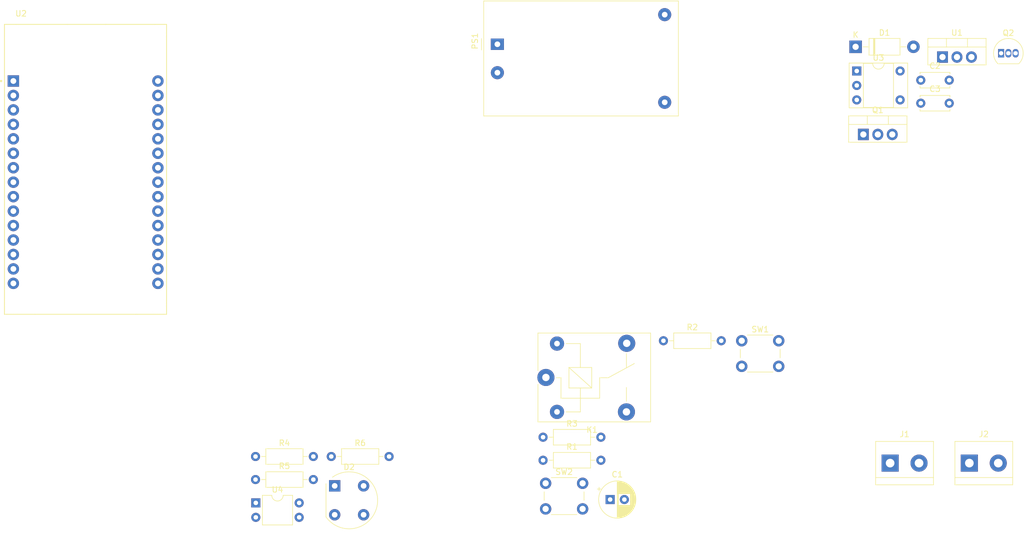
<source format=kicad_pcb>
(kicad_pcb (version 20171130) (host pcbnew "(5.1.10)-1")

  (general
    (thickness 1.6)
    (drawings 0)
    (tracks 0)
    (zones 0)
    (modules 23)
    (nets 46)
  )

  (page A4)
  (layers
    (0 F.Cu signal)
    (31 B.Cu signal)
    (32 B.Adhes user)
    (33 F.Adhes user)
    (34 B.Paste user)
    (35 F.Paste user)
    (36 B.SilkS user)
    (37 F.SilkS user)
    (38 B.Mask user)
    (39 F.Mask user)
    (40 Dwgs.User user)
    (41 Cmts.User user)
    (42 Eco1.User user)
    (43 Eco2.User user)
    (44 Edge.Cuts user)
    (45 Margin user)
    (46 B.CrtYd user)
    (47 F.CrtYd user)
    (48 B.Fab user)
    (49 F.Fab user)
  )

  (setup
    (last_trace_width 0.25)
    (trace_clearance 0.2)
    (zone_clearance 0.508)
    (zone_45_only no)
    (trace_min 0.2)
    (via_size 0.8)
    (via_drill 0.4)
    (via_min_size 0.4)
    (via_min_drill 0.3)
    (uvia_size 0.3)
    (uvia_drill 0.1)
    (uvias_allowed no)
    (uvia_min_size 0.2)
    (uvia_min_drill 0.1)
    (edge_width 0.05)
    (segment_width 0.2)
    (pcb_text_width 0.3)
    (pcb_text_size 1.5 1.5)
    (mod_edge_width 0.12)
    (mod_text_size 1 1)
    (mod_text_width 0.15)
    (pad_size 1.524 1.524)
    (pad_drill 0.762)
    (pad_to_mask_clearance 0)
    (aux_axis_origin 0 0)
    (visible_elements 7FFFFFFF)
    (pcbplotparams
      (layerselection 0x010fc_ffffffff)
      (usegerberextensions false)
      (usegerberattributes true)
      (usegerberadvancedattributes true)
      (creategerberjobfile true)
      (excludeedgelayer true)
      (linewidth 0.100000)
      (plotframeref false)
      (viasonmask false)
      (mode 1)
      (useauxorigin false)
      (hpglpennumber 1)
      (hpglpenspeed 20)
      (hpglpendiameter 15.000000)
      (psnegative false)
      (psa4output false)
      (plotreference true)
      (plotvalue true)
      (plotinvisibletext false)
      (padsonsilk false)
      (subtractmaskfromsilk false)
      (outputformat 1)
      (mirror false)
      (drillshape 1)
      (scaleselection 1)
      (outputdirectory ""))
  )

  (net 0 "")
  (net 1 GND)
  (net 2 +12V)
  (net 3 +5V)
  (net 4 "Net-(D1-Pad2)")
  (net 5 Neutral)
  (net 6 Live)
  (net 7 "Net-(J2-Pad2)")
  (net 8 "Net-(J2-Pad1)")
  (net 9 "Net-(K1-Pad4)")
  (net 10 "Net-(Q1-Pad3)")
  (net 11 "Net-(Q2-Pad2)")
  (net 12 L1)
  (net 13 "Net-(R1-Pad1)")
  (net 14 "Net-(R2-Pad2)")
  (net 15 L2)
  (net 16 "Net-(SW1-Pad1)")
  (net 17 "Net-(SW2-Pad1)")
  (net 18 "Net-(U2-Pad16)")
  (net 19 "Net-(U2-Pad17)")
  (net 20 "Net-(U2-Pad18)")
  (net 21 "Net-(U2-Pad19)")
  (net 22 "Net-(U2-Pad20)")
  (net 23 "Net-(U2-Pad21)")
  (net 24 "Net-(U2-Pad22)")
  (net 25 "Net-(U2-Pad23)")
  (net 26 "Net-(U2-Pad26)")
  (net 27 "Net-(U2-Pad27)")
  (net 28 "Net-(U2-Pad28)")
  (net 29 "Net-(U2-Pad13)")
  (net 30 "Net-(U2-Pad12)")
  (net 31 "Net-(U2-Pad11)")
  (net 32 "Net-(U2-Pad10)")
  (net 33 "Net-(U2-Pad8)")
  (net 34 "Net-(U2-Pad7)")
  (net 35 "Net-(U2-Pad6)")
  (net 36 "Net-(U2-Pad5)")
  (net 37 "Net-(U2-Pad4)")
  (net 38 "Net-(U2-Pad3)")
  (net 39 +3V3)
  (net 40 "Net-(U3-Pad3)")
  (net 41 "Net-(D2-Pad1)")
  (net 42 "Net-(D2-Pad3)")
  (net 43 "Net-(D2-Pad2)")
  (net 44 "Net-(R4-Pad2)")
  (net 45 ZVD)

  (net_class Default "This is the default net class."
    (clearance 0.2)
    (trace_width 0.25)
    (via_dia 0.8)
    (via_drill 0.4)
    (uvia_dia 0.3)
    (uvia_drill 0.1)
    (add_net +12V)
    (add_net +3V3)
    (add_net +5V)
    (add_net GND)
    (add_net L1)
    (add_net L2)
    (add_net Live)
    (add_net "Net-(D1-Pad2)")
    (add_net "Net-(D2-Pad1)")
    (add_net "Net-(D2-Pad2)")
    (add_net "Net-(D2-Pad3)")
    (add_net "Net-(J2-Pad1)")
    (add_net "Net-(J2-Pad2)")
    (add_net "Net-(K1-Pad4)")
    (add_net "Net-(Q1-Pad3)")
    (add_net "Net-(Q2-Pad2)")
    (add_net "Net-(R1-Pad1)")
    (add_net "Net-(R2-Pad2)")
    (add_net "Net-(R4-Pad2)")
    (add_net "Net-(SW1-Pad1)")
    (add_net "Net-(SW2-Pad1)")
    (add_net "Net-(U2-Pad10)")
    (add_net "Net-(U2-Pad11)")
    (add_net "Net-(U2-Pad12)")
    (add_net "Net-(U2-Pad13)")
    (add_net "Net-(U2-Pad16)")
    (add_net "Net-(U2-Pad17)")
    (add_net "Net-(U2-Pad18)")
    (add_net "Net-(U2-Pad19)")
    (add_net "Net-(U2-Pad20)")
    (add_net "Net-(U2-Pad21)")
    (add_net "Net-(U2-Pad22)")
    (add_net "Net-(U2-Pad23)")
    (add_net "Net-(U2-Pad26)")
    (add_net "Net-(U2-Pad27)")
    (add_net "Net-(U2-Pad28)")
    (add_net "Net-(U2-Pad3)")
    (add_net "Net-(U2-Pad4)")
    (add_net "Net-(U2-Pad5)")
    (add_net "Net-(U2-Pad6)")
    (add_net "Net-(U2-Pad7)")
    (add_net "Net-(U2-Pad8)")
    (add_net "Net-(U3-Pad3)")
    (add_net Neutral)
    (add_net ZVD)
  )

  (module Package_DIP:DIP-4_W7.62mm (layer F.Cu) (tedit 5A02E8C5) (tstamp 637D2780)
    (at 123.94 141.79)
    (descr "4-lead though-hole mounted DIP package, row spacing 7.62 mm (300 mils)")
    (tags "THT DIP DIL PDIP 2.54mm 7.62mm 300mil")
    (path /637E6FDE)
    (fp_text reference U4 (at 3.81 -2.33) (layer F.SilkS)
      (effects (font (size 1 1) (thickness 0.15)))
    )
    (fp_text value PC817 (at 3.81 4.87) (layer F.Fab)
      (effects (font (size 1 1) (thickness 0.15)))
    )
    (fp_text user %R (at 3.81 1.27) (layer F.Fab)
      (effects (font (size 1 1) (thickness 0.15)))
    )
    (fp_arc (start 3.81 -1.33) (end 2.81 -1.33) (angle -180) (layer F.SilkS) (width 0.12))
    (fp_line (start 1.635 -1.27) (end 6.985 -1.27) (layer F.Fab) (width 0.1))
    (fp_line (start 6.985 -1.27) (end 6.985 3.81) (layer F.Fab) (width 0.1))
    (fp_line (start 6.985 3.81) (end 0.635 3.81) (layer F.Fab) (width 0.1))
    (fp_line (start 0.635 3.81) (end 0.635 -0.27) (layer F.Fab) (width 0.1))
    (fp_line (start 0.635 -0.27) (end 1.635 -1.27) (layer F.Fab) (width 0.1))
    (fp_line (start 2.81 -1.33) (end 1.16 -1.33) (layer F.SilkS) (width 0.12))
    (fp_line (start 1.16 -1.33) (end 1.16 3.87) (layer F.SilkS) (width 0.12))
    (fp_line (start 1.16 3.87) (end 6.46 3.87) (layer F.SilkS) (width 0.12))
    (fp_line (start 6.46 3.87) (end 6.46 -1.33) (layer F.SilkS) (width 0.12))
    (fp_line (start 6.46 -1.33) (end 4.81 -1.33) (layer F.SilkS) (width 0.12))
    (fp_line (start -1.1 -1.55) (end -1.1 4.1) (layer F.CrtYd) (width 0.05))
    (fp_line (start -1.1 4.1) (end 8.7 4.1) (layer F.CrtYd) (width 0.05))
    (fp_line (start 8.7 4.1) (end 8.7 -1.55) (layer F.CrtYd) (width 0.05))
    (fp_line (start 8.7 -1.55) (end -1.1 -1.55) (layer F.CrtYd) (width 0.05))
    (pad 4 thru_hole oval (at 7.62 0) (size 1.6 1.6) (drill 0.8) (layers *.Cu *.Mask)
      (net 45 ZVD))
    (pad 2 thru_hole oval (at 0 2.54) (size 1.6 1.6) (drill 0.8) (layers *.Cu *.Mask)
      (net 42 "Net-(D2-Pad3)"))
    (pad 3 thru_hole oval (at 7.62 2.54) (size 1.6 1.6) (drill 0.8) (layers *.Cu *.Mask)
      (net 1 GND))
    (pad 1 thru_hole rect (at 0 0) (size 1.6 1.6) (drill 0.8) (layers *.Cu *.Mask)
      (net 41 "Net-(D2-Pad1)"))
    (model ${KISYS3DMOD}/Package_DIP.3dshapes/DIP-4_W7.62mm.wrl
      (at (xyz 0 0 0))
      (scale (xyz 1 1 1))
      (rotate (xyz 0 0 0))
    )
  )

  (module Resistor_THT:R_Axial_DIN0207_L6.3mm_D2.5mm_P10.16mm_Horizontal (layer F.Cu) (tedit 5AE5139B) (tstamp 637D25E8)
    (at 137.2 133.64)
    (descr "Resistor, Axial_DIN0207 series, Axial, Horizontal, pin pitch=10.16mm, 0.25W = 1/4W, length*diameter=6.3*2.5mm^2, http://cdn-reichelt.de/documents/datenblatt/B400/1_4W%23YAG.pdf")
    (tags "Resistor Axial_DIN0207 series Axial Horizontal pin pitch 10.16mm 0.25W = 1/4W length 6.3mm diameter 2.5mm")
    (path /637EBD6D)
    (fp_text reference R6 (at 5.08 -2.37) (layer F.SilkS)
      (effects (font (size 1 1) (thickness 0.15)))
    )
    (fp_text value 10k (at 5.08 2.37) (layer F.Fab)
      (effects (font (size 1 1) (thickness 0.15)))
    )
    (fp_text user %R (at 5.08 0) (layer F.Fab)
      (effects (font (size 1 1) (thickness 0.15)))
    )
    (fp_line (start 1.93 -1.25) (end 1.93 1.25) (layer F.Fab) (width 0.1))
    (fp_line (start 1.93 1.25) (end 8.23 1.25) (layer F.Fab) (width 0.1))
    (fp_line (start 8.23 1.25) (end 8.23 -1.25) (layer F.Fab) (width 0.1))
    (fp_line (start 8.23 -1.25) (end 1.93 -1.25) (layer F.Fab) (width 0.1))
    (fp_line (start 0 0) (end 1.93 0) (layer F.Fab) (width 0.1))
    (fp_line (start 10.16 0) (end 8.23 0) (layer F.Fab) (width 0.1))
    (fp_line (start 1.81 -1.37) (end 1.81 1.37) (layer F.SilkS) (width 0.12))
    (fp_line (start 1.81 1.37) (end 8.35 1.37) (layer F.SilkS) (width 0.12))
    (fp_line (start 8.35 1.37) (end 8.35 -1.37) (layer F.SilkS) (width 0.12))
    (fp_line (start 8.35 -1.37) (end 1.81 -1.37) (layer F.SilkS) (width 0.12))
    (fp_line (start 1.04 0) (end 1.81 0) (layer F.SilkS) (width 0.12))
    (fp_line (start 9.12 0) (end 8.35 0) (layer F.SilkS) (width 0.12))
    (fp_line (start -1.05 -1.5) (end -1.05 1.5) (layer F.CrtYd) (width 0.05))
    (fp_line (start -1.05 1.5) (end 11.21 1.5) (layer F.CrtYd) (width 0.05))
    (fp_line (start 11.21 1.5) (end 11.21 -1.5) (layer F.CrtYd) (width 0.05))
    (fp_line (start 11.21 -1.5) (end -1.05 -1.5) (layer F.CrtYd) (width 0.05))
    (pad 2 thru_hole oval (at 10.16 0) (size 1.6 1.6) (drill 0.8) (layers *.Cu *.Mask)
      (net 45 ZVD))
    (pad 1 thru_hole circle (at 0 0) (size 1.6 1.6) (drill 0.8) (layers *.Cu *.Mask)
      (net 39 +3V3))
    (model ${KISYS3DMOD}/Resistor_THT.3dshapes/R_Axial_DIN0207_L6.3mm_D2.5mm_P10.16mm_Horizontal.wrl
      (at (xyz 0 0 0))
      (scale (xyz 1 1 1))
      (rotate (xyz 0 0 0))
    )
  )

  (module Resistor_THT:R_Axial_DIN0207_L6.3mm_D2.5mm_P10.16mm_Horizontal (layer F.Cu) (tedit 5AE5139B) (tstamp 637D25D1)
    (at 123.89 137.69)
    (descr "Resistor, Axial_DIN0207 series, Axial, Horizontal, pin pitch=10.16mm, 0.25W = 1/4W, length*diameter=6.3*2.5mm^2, http://cdn-reichelt.de/documents/datenblatt/B400/1_4W%23YAG.pdf")
    (tags "Resistor Axial_DIN0207 series Axial Horizontal pin pitch 10.16mm 0.25W = 1/4W length 6.3mm diameter 2.5mm")
    (path /637D96B1)
    (fp_text reference R5 (at 5.08 -2.37) (layer F.SilkS)
      (effects (font (size 1 1) (thickness 0.15)))
    )
    (fp_text value 100k (at 5.08 2.37) (layer F.Fab)
      (effects (font (size 1 1) (thickness 0.15)))
    )
    (fp_text user %R (at 5.08 0) (layer F.Fab)
      (effects (font (size 1 1) (thickness 0.15)))
    )
    (fp_line (start 1.93 -1.25) (end 1.93 1.25) (layer F.Fab) (width 0.1))
    (fp_line (start 1.93 1.25) (end 8.23 1.25) (layer F.Fab) (width 0.1))
    (fp_line (start 8.23 1.25) (end 8.23 -1.25) (layer F.Fab) (width 0.1))
    (fp_line (start 8.23 -1.25) (end 1.93 -1.25) (layer F.Fab) (width 0.1))
    (fp_line (start 0 0) (end 1.93 0) (layer F.Fab) (width 0.1))
    (fp_line (start 10.16 0) (end 8.23 0) (layer F.Fab) (width 0.1))
    (fp_line (start 1.81 -1.37) (end 1.81 1.37) (layer F.SilkS) (width 0.12))
    (fp_line (start 1.81 1.37) (end 8.35 1.37) (layer F.SilkS) (width 0.12))
    (fp_line (start 8.35 1.37) (end 8.35 -1.37) (layer F.SilkS) (width 0.12))
    (fp_line (start 8.35 -1.37) (end 1.81 -1.37) (layer F.SilkS) (width 0.12))
    (fp_line (start 1.04 0) (end 1.81 0) (layer F.SilkS) (width 0.12))
    (fp_line (start 9.12 0) (end 8.35 0) (layer F.SilkS) (width 0.12))
    (fp_line (start -1.05 -1.5) (end -1.05 1.5) (layer F.CrtYd) (width 0.05))
    (fp_line (start -1.05 1.5) (end 11.21 1.5) (layer F.CrtYd) (width 0.05))
    (fp_line (start 11.21 1.5) (end 11.21 -1.5) (layer F.CrtYd) (width 0.05))
    (fp_line (start 11.21 -1.5) (end -1.05 -1.5) (layer F.CrtYd) (width 0.05))
    (pad 2 thru_hole oval (at 10.16 0) (size 1.6 1.6) (drill 0.8) (layers *.Cu *.Mask)
      (net 43 "Net-(D2-Pad2)"))
    (pad 1 thru_hole circle (at 0 0) (size 1.6 1.6) (drill 0.8) (layers *.Cu *.Mask)
      (net 44 "Net-(R4-Pad2)"))
    (model ${KISYS3DMOD}/Resistor_THT.3dshapes/R_Axial_DIN0207_L6.3mm_D2.5mm_P10.16mm_Horizontal.wrl
      (at (xyz 0 0 0))
      (scale (xyz 1 1 1))
      (rotate (xyz 0 0 0))
    )
  )

  (module Resistor_THT:R_Axial_DIN0207_L6.3mm_D2.5mm_P10.16mm_Horizontal (layer F.Cu) (tedit 5AE5139B) (tstamp 637D25BA)
    (at 123.89 133.64)
    (descr "Resistor, Axial_DIN0207 series, Axial, Horizontal, pin pitch=10.16mm, 0.25W = 1/4W, length*diameter=6.3*2.5mm^2, http://cdn-reichelt.de/documents/datenblatt/B400/1_4W%23YAG.pdf")
    (tags "Resistor Axial_DIN0207 series Axial Horizontal pin pitch 10.16mm 0.25W = 1/4W length 6.3mm diameter 2.5mm")
    (path /637D805E)
    (fp_text reference R4 (at 5.08 -2.37) (layer F.SilkS)
      (effects (font (size 1 1) (thickness 0.15)))
    )
    (fp_text value 100k (at 5.08 2.37) (layer F.Fab)
      (effects (font (size 1 1) (thickness 0.15)))
    )
    (fp_text user %R (at 5.08 0) (layer F.Fab)
      (effects (font (size 1 1) (thickness 0.15)))
    )
    (fp_line (start 1.93 -1.25) (end 1.93 1.25) (layer F.Fab) (width 0.1))
    (fp_line (start 1.93 1.25) (end 8.23 1.25) (layer F.Fab) (width 0.1))
    (fp_line (start 8.23 1.25) (end 8.23 -1.25) (layer F.Fab) (width 0.1))
    (fp_line (start 8.23 -1.25) (end 1.93 -1.25) (layer F.Fab) (width 0.1))
    (fp_line (start 0 0) (end 1.93 0) (layer F.Fab) (width 0.1))
    (fp_line (start 10.16 0) (end 8.23 0) (layer F.Fab) (width 0.1))
    (fp_line (start 1.81 -1.37) (end 1.81 1.37) (layer F.SilkS) (width 0.12))
    (fp_line (start 1.81 1.37) (end 8.35 1.37) (layer F.SilkS) (width 0.12))
    (fp_line (start 8.35 1.37) (end 8.35 -1.37) (layer F.SilkS) (width 0.12))
    (fp_line (start 8.35 -1.37) (end 1.81 -1.37) (layer F.SilkS) (width 0.12))
    (fp_line (start 1.04 0) (end 1.81 0) (layer F.SilkS) (width 0.12))
    (fp_line (start 9.12 0) (end 8.35 0) (layer F.SilkS) (width 0.12))
    (fp_line (start -1.05 -1.5) (end -1.05 1.5) (layer F.CrtYd) (width 0.05))
    (fp_line (start -1.05 1.5) (end 11.21 1.5) (layer F.CrtYd) (width 0.05))
    (fp_line (start 11.21 1.5) (end 11.21 -1.5) (layer F.CrtYd) (width 0.05))
    (fp_line (start 11.21 -1.5) (end -1.05 -1.5) (layer F.CrtYd) (width 0.05))
    (pad 2 thru_hole oval (at 10.16 0) (size 1.6 1.6) (drill 0.8) (layers *.Cu *.Mask)
      (net 44 "Net-(R4-Pad2)"))
    (pad 1 thru_hole circle (at 0 0) (size 1.6 1.6) (drill 0.8) (layers *.Cu *.Mask)
      (net 6 Live))
    (model ${KISYS3DMOD}/Resistor_THT.3dshapes/R_Axial_DIN0207_L6.3mm_D2.5mm_P10.16mm_Horizontal.wrl
      (at (xyz 0 0 0))
      (scale (xyz 1 1 1))
      (rotate (xyz 0 0 0))
    )
  )

  (module Diode_THT:Diode_Bridge_Round_D9.8mm (layer F.Cu) (tedit 5A142105) (tstamp 637D23FB)
    (at 137.8 138.8)
    (descr "4-lead round diode bridge package, diameter 9.8mm, pin pitch 5.08mm, see http://www.vishay.com/docs/88769/woo5g.pdf")
    (tags "diode bridge 9.8mm WOG pitch 5.08mm")
    (path /637D3F4F)
    (fp_text reference D2 (at 2.54 -3.302) (layer F.SilkS)
      (effects (font (size 1 1) (thickness 0.15)))
    )
    (fp_text value W10G (at 2.6035 8.509) (layer F.Fab)
      (effects (font (size 1 1) (thickness 0.15)))
    )
    (fp_arc (start 2.54 2.54) (end -1.4 -0.38) (angle 287) (layer F.Fab) (width 0.12))
    (fp_arc (start 2.54 2.54) (end -0.381 -1.524) (angle 270) (layer F.SilkS) (width 0.12))
    (fp_text user %R (at 3.81 2.54) (layer F.Fab)
      (effects (font (size 1 1) (thickness 0.15)))
    )
    (fp_line (start -1.524 -0.381) (end -1.524 5.461) (layer F.SilkS) (width 0.12))
    (fp_line (start -1.397 5.461) (end -1.397 -0.381) (layer F.Fab) (width 0.12))
    (fp_line (start -1.65 -2.61) (end 7.7 -2.61) (layer F.CrtYd) (width 0.05))
    (fp_line (start -1.65 -2.61) (end -1.65 7.7) (layer F.CrtYd) (width 0.05))
    (fp_line (start 7.7 7.7) (end 7.7 -2.61) (layer F.CrtYd) (width 0.05))
    (fp_line (start 7.7 7.7) (end -1.65 7.7) (layer F.CrtYd) (width 0.05))
    (pad 1 thru_hole rect (at 0 0) (size 2 2) (drill 1) (layers *.Cu *.Mask)
      (net 41 "Net-(D2-Pad1)"))
    (pad 3 thru_hole oval (at 5.08 5.08) (size 2 2) (drill 1) (layers *.Cu *.Mask)
      (net 42 "Net-(D2-Pad3)"))
    (pad 2 thru_hole oval (at 0 5.08) (size 2 2) (drill 1) (layers *.Cu *.Mask)
      (net 43 "Net-(D2-Pad2)"))
    (pad 4 thru_hole oval (at 5.08 0) (size 2 2) (drill 1) (layers *.Cu *.Mask)
      (net 5 Neutral))
    (model ${KISYS3DMOD}/Diode_THT.3dshapes/Diode_Bridge_Round_D9.8mm.wrl
      (at (xyz 0 0 0))
      (scale (xyz 1 1 1))
      (rotate (xyz 0 0 0))
    )
  )

  (module Package_DIP:DIP-5-6_W7.62mm_Socket (layer F.Cu) (tedit 5A79FB36) (tstamp 637D101E)
    (at 229.534759 65.9)
    (descr "5-lead though-hole mounted DIP package, row spacing 7.62 mm (300 mils), Socket")
    (tags "THT DIP DIL PDIP 2.54mm 7.62mm 300mil Socket")
    (path /636E8102)
    (fp_text reference U3 (at 3.81 -2.33) (layer F.SilkS)
      (effects (font (size 1 1) (thickness 0.15)))
    )
    (fp_text value MOC3021M (at 3.81 7.41) (layer F.Fab)
      (effects (font (size 1 1) (thickness 0.15)))
    )
    (fp_line (start 1.635 -1.27) (end 6.985 -1.27) (layer F.Fab) (width 0.1))
    (fp_line (start 6.985 -1.27) (end 6.985 6.35) (layer F.Fab) (width 0.1))
    (fp_line (start 6.985 6.35) (end 0.635 6.35) (layer F.Fab) (width 0.1))
    (fp_line (start 0.635 6.35) (end 0.635 -0.27) (layer F.Fab) (width 0.1))
    (fp_line (start 0.635 -0.27) (end 1.635 -1.27) (layer F.Fab) (width 0.1))
    (fp_line (start -1.27 -1.33) (end -1.27 6.41) (layer F.Fab) (width 0.1))
    (fp_line (start -1.27 6.41) (end 8.89 6.41) (layer F.Fab) (width 0.1))
    (fp_line (start 8.89 6.41) (end 8.89 -1.33) (layer F.Fab) (width 0.1))
    (fp_line (start 8.89 -1.33) (end -1.27 -1.33) (layer F.Fab) (width 0.1))
    (fp_line (start 2.81 -1.33) (end 1.16 -1.33) (layer F.SilkS) (width 0.12))
    (fp_line (start 1.16 -1.33) (end 1.16 6.41) (layer F.SilkS) (width 0.12))
    (fp_line (start 1.16 6.41) (end 6.46 6.41) (layer F.SilkS) (width 0.12))
    (fp_line (start 6.46 6.41) (end 6.46 -1.33) (layer F.SilkS) (width 0.12))
    (fp_line (start 6.46 -1.33) (end 4.81 -1.33) (layer F.SilkS) (width 0.12))
    (fp_line (start -1.33 -1.39) (end -1.33 6.47) (layer F.SilkS) (width 0.12))
    (fp_line (start -1.33 6.47) (end 8.95 6.47) (layer F.SilkS) (width 0.12))
    (fp_line (start 8.95 6.47) (end 8.95 -1.39) (layer F.SilkS) (width 0.12))
    (fp_line (start 8.95 -1.39) (end -1.33 -1.39) (layer F.SilkS) (width 0.12))
    (fp_line (start -1.55 -1.6) (end -1.55 6.7) (layer F.CrtYd) (width 0.05))
    (fp_line (start -1.55 6.7) (end 9.15 6.7) (layer F.CrtYd) (width 0.05))
    (fp_line (start 9.15 6.7) (end 9.15 -1.6) (layer F.CrtYd) (width 0.05))
    (fp_line (start 9.15 -1.6) (end -1.55 -1.6) (layer F.CrtYd) (width 0.05))
    (fp_text user %R (at 3.81 2.54) (layer F.Fab)
      (effects (font (size 1 1) (thickness 0.15)))
    )
    (fp_arc (start 3.81 -1.33) (end 2.81 -1.33) (angle -180) (layer F.SilkS) (width 0.12))
    (pad 6 thru_hole oval (at 7.62 0) (size 1.6 1.6) (drill 0.8) (layers *.Cu *.Mask)
      (net 6 Live))
    (pad 3 thru_hole oval (at 0 5.08) (size 1.6 1.6) (drill 0.8) (layers *.Cu *.Mask)
      (net 40 "Net-(U3-Pad3)"))
    (pad 2 thru_hole oval (at 0 2.54) (size 1.6 1.6) (drill 0.8) (layers *.Cu *.Mask)
      (net 1 GND))
    (pad 4 thru_hole oval (at 7.62 5.08) (size 1.6 1.6) (drill 0.8) (layers *.Cu *.Mask)
      (net 14 "Net-(R2-Pad2)"))
    (pad 1 thru_hole rect (at 0 0) (size 1.6 1.6) (drill 0.8) (layers *.Cu *.Mask)
      (net 13 "Net-(R1-Pad1)"))
    (model ${KISYS3DMOD}/Package_DIP.3dshapes/DIP-5-6_W7.62mm_Socket.wrl
      (at (xyz 0 0 0))
      (scale (xyz 1 1 1))
      (rotate (xyz 0 0 0))
    )
  )

  (module MODULE_ESP32_DEVKIT_V1:MODULE_ESP32_DEVKIT_V1 (layer F.Cu) (tedit 62A4B656) (tstamp 637D0FFD)
    (at 94.039759 83.175)
    (path /636DF128)
    (fp_text reference U2 (at -11.355 -27.36) (layer F.SilkS)
      (effects (font (size 1 1) (thickness 0.15)))
    )
    (fp_text value ESP32-DEVKIT-V1 (at -0.56 27.36) (layer F.Fab)
      (effects (font (size 1 1) (thickness 0.15)))
    )
    (fp_line (start -14.28 -25.475) (end -3.211 -25.475) (layer F.Fab) (width 0.127))
    (fp_line (start -3.211 -25.475) (end 3.5 -25.475) (layer F.Fab) (width 0.127))
    (fp_line (start 3.5 -25.475) (end 14.23 -25.475) (layer F.Fab) (width 0.127))
    (fp_line (start 14.23 -25.475) (end 14.23 25.475) (layer F.SilkS) (width 0.127))
    (fp_line (start 14.23 25.475) (end -14.28 25.475) (layer F.SilkS) (width 0.127))
    (fp_line (start -14.28 25.475) (end -14.28 -25.475) (layer F.Fab) (width 0.127))
    (fp_line (start -14.28 -25.475) (end 14.23 -25.475) (layer F.SilkS) (width 0.127))
    (fp_line (start -14.28 25.475) (end -14.28 -25.475) (layer F.SilkS) (width 0.127))
    (fp_circle (center -14.85 -15.515) (end -14.75 -15.515) (layer F.SilkS) (width 0.2))
    (fp_circle (center -14.85 -15.515) (end -14.75 -15.515) (layer F.Fab) (width 0.2))
    (fp_line (start 14.23 -25.475) (end 14.23 25.475) (layer F.Fab) (width 0.127))
    (fp_line (start -14.28 25.475) (end -8.91 25.475) (layer F.Fab) (width 0.127))
    (fp_line (start -8.91 25.475) (end 8.78 25.475) (layer F.Fab) (width 0.127))
    (fp_line (start 8.78 25.475) (end 14.23 25.475) (layer F.Fab) (width 0.127))
    (fp_line (start -8.91 25.475) (end -8.91 18.985) (layer F.Fab) (width 0.127))
    (fp_line (start -8.91 18.985) (end -8.91 6.355) (layer F.Fab) (width 0.127))
    (fp_line (start -8.91 6.355) (end 8.78 6.355) (layer F.Fab) (width 0.127))
    (fp_line (start 8.78 6.355) (end 8.78 18.985) (layer F.Fab) (width 0.127))
    (fp_line (start 8.78 18.985) (end 8.78 25.475) (layer F.Fab) (width 0.127))
    (fp_line (start -8.91 18.985) (end 8.78 18.985) (layer F.Fab) (width 0.127))
    (fp_line (start 3.5 -25.475) (end 3.5 -21.585) (layer F.Fab) (width 0.127))
    (fp_line (start 3.5 -21.585) (end -3.211 -21.585) (layer F.Fab) (width 0.127))
    (fp_line (start -3.211 -21.585) (end -3.211 -25.475) (layer F.Fab) (width 0.127))
    (fp_poly (pts (xy -8.91 18.985) (xy 8.78 18.985) (xy 8.78 25.475) (xy -8.91 25.475)) (layer Dwgs.User) (width 0.01))
    (fp_poly (pts (xy -8.91 18.985) (xy 8.78 18.985) (xy 8.78 25.475) (xy -8.91 25.475)) (layer Dwgs.User) (width 0.01))
    (fp_poly (pts (xy -8.91 18.985) (xy 8.78 18.985) (xy 8.78 25.475) (xy -8.91 25.475)) (layer Dwgs.User) (width 0.01))
    (fp_line (start -14.28 -25.475) (end -3.211 -25.475) (layer F.SilkS) (width 0.127))
    (fp_line (start -3.211 -25.475) (end 3.5 -25.475) (layer F.SilkS) (width 0.127))
    (fp_line (start 3.5 -25.475) (end 14.23 -25.475) (layer F.SilkS) (width 0.127))
    (fp_line (start -14.28 25.475) (end -14.28 -25.475) (layer F.SilkS) (width 0.127))
    (fp_line (start 14.23 -25.475) (end 14.23 25.475) (layer F.SilkS) (width 0.127))
    (fp_line (start -14.28 25.475) (end -8.91 25.475) (layer F.SilkS) (width 0.127))
    (fp_line (start -8.91 25.475) (end 8.78 25.475) (layer F.SilkS) (width 0.127))
    (fp_line (start 8.78 25.475) (end 14.23 25.475) (layer F.SilkS) (width 0.127))
    (fp_line (start -14.53 -25.725) (end -14.53 25.725) (layer F.CrtYd) (width 0.05))
    (fp_line (start -14.53 25.725) (end 14.48 25.725) (layer F.CrtYd) (width 0.05))
    (fp_line (start 14.48 25.725) (end 14.48 -25.725) (layer F.CrtYd) (width 0.05))
    (fp_line (start 14.48 -25.725) (end -14.53 -25.725) (layer F.CrtYd) (width 0.05))
    (pad None np_thru_hole circle (at -12.28 -23.475) (size 3 3) (drill 3) (layers *.Cu *.Mask))
    (pad None np_thru_hole circle (at 12.23 -23.475) (size 3 3) (drill 3) (layers *.Cu *.Mask))
    (pad None np_thru_hole circle (at 12.23 23.475) (size 3 3) (drill 3) (layers *.Cu *.Mask))
    (pad None np_thru_hole circle (at -12.28 23.475) (size 3 3) (drill 3) (layers *.Cu *.Mask))
    (pad 16 thru_hole circle (at 12.7 20.045) (size 2 2) (drill 1.02) (layers *.Cu *.Mask)
      (net 18 "Net-(U2-Pad16)"))
    (pad 17 thru_hole circle (at 12.7 17.505) (size 2 2) (drill 1.02) (layers *.Cu *.Mask)
      (net 19 "Net-(U2-Pad17)"))
    (pad 18 thru_hole circle (at 12.7 14.965) (size 2 2) (drill 1.02) (layers *.Cu *.Mask)
      (net 20 "Net-(U2-Pad18)"))
    (pad 19 thru_hole circle (at 12.7 12.425) (size 2 2) (drill 1.02) (layers *.Cu *.Mask)
      (net 21 "Net-(U2-Pad19)"))
    (pad 20 thru_hole circle (at 12.7 9.885) (size 2 2) (drill 1.02) (layers *.Cu *.Mask)
      (net 22 "Net-(U2-Pad20)"))
    (pad 21 thru_hole circle (at 12.7 7.345) (size 2 2) (drill 1.02) (layers *.Cu *.Mask)
      (net 23 "Net-(U2-Pad21)"))
    (pad 22 thru_hole circle (at 12.7 4.805) (size 2 2) (drill 1.02) (layers *.Cu *.Mask)
      (net 24 "Net-(U2-Pad22)"))
    (pad 23 thru_hole circle (at 12.7 2.265) (size 2 2) (drill 1.02) (layers *.Cu *.Mask)
      (net 25 "Net-(U2-Pad23)"))
    (pad 24 thru_hole circle (at 12.7 -0.275) (size 2 2) (drill 1.02) (layers *.Cu *.Mask)
      (net 16 "Net-(SW1-Pad1)"))
    (pad 25 thru_hole circle (at 12.7 -2.815) (size 2 2) (drill 1.02) (layers *.Cu *.Mask)
      (net 17 "Net-(SW2-Pad1)"))
    (pad 26 thru_hole circle (at 12.7 -5.355) (size 2 2) (drill 1.02) (layers *.Cu *.Mask)
      (net 26 "Net-(U2-Pad26)"))
    (pad 27 thru_hole circle (at 12.7 -7.895) (size 2 2) (drill 1.02) (layers *.Cu *.Mask)
      (net 27 "Net-(U2-Pad27)"))
    (pad 28 thru_hole circle (at 12.7 -10.435) (size 2 2) (drill 1.02) (layers *.Cu *.Mask)
      (net 28 "Net-(U2-Pad28)"))
    (pad 29 thru_hole circle (at 12.7 -12.975) (size 2 2) (drill 1.02) (layers *.Cu *.Mask)
      (net 1 GND))
    (pad 30 thru_hole circle (at 12.7 -15.515) (size 2 2) (drill 1.02) (layers *.Cu *.Mask)
      (net 3 +5V))
    (pad 15 thru_hole circle (at -12.7 20.045) (size 2 2) (drill 1.02) (layers *.Cu *.Mask)
      (net 15 L2))
    (pad 14 thru_hole circle (at -12.7 17.505) (size 2 2) (drill 1.02) (layers *.Cu *.Mask)
      (net 12 L1))
    (pad 13 thru_hole circle (at -12.7 14.965) (size 2 2) (drill 1.02) (layers *.Cu *.Mask)
      (net 29 "Net-(U2-Pad13)"))
    (pad 12 thru_hole circle (at -12.7 12.425) (size 2 2) (drill 1.02) (layers *.Cu *.Mask)
      (net 30 "Net-(U2-Pad12)"))
    (pad 11 thru_hole circle (at -12.7 9.885) (size 2 2) (drill 1.02) (layers *.Cu *.Mask)
      (net 31 "Net-(U2-Pad11)"))
    (pad 10 thru_hole circle (at -12.7 7.345) (size 2 2) (drill 1.02) (layers *.Cu *.Mask)
      (net 32 "Net-(U2-Pad10)"))
    (pad 9 thru_hole circle (at -12.7 4.805) (size 2 2) (drill 1.02) (layers *.Cu *.Mask)
      (net 45 ZVD))
    (pad 8 thru_hole circle (at -12.7 2.265) (size 2 2) (drill 1.02) (layers *.Cu *.Mask)
      (net 33 "Net-(U2-Pad8)"))
    (pad 7 thru_hole circle (at -12.7 -0.275) (size 2 2) (drill 1.02) (layers *.Cu *.Mask)
      (net 34 "Net-(U2-Pad7)"))
    (pad 6 thru_hole circle (at -12.7 -2.815) (size 2 2) (drill 1.02) (layers *.Cu *.Mask)
      (net 35 "Net-(U2-Pad6)"))
    (pad 5 thru_hole circle (at -12.7 -5.355) (size 2 2) (drill 1.02) (layers *.Cu *.Mask)
      (net 36 "Net-(U2-Pad5)"))
    (pad 4 thru_hole circle (at -12.7 -7.895) (size 2 2) (drill 1.02) (layers *.Cu *.Mask)
      (net 37 "Net-(U2-Pad4)"))
    (pad 3 thru_hole circle (at -12.7 -10.435) (size 2 2) (drill 1.02) (layers *.Cu *.Mask)
      (net 38 "Net-(U2-Pad3)"))
    (pad 2 thru_hole circle (at -12.7 -12.975) (size 2 2) (drill 1.02) (layers *.Cu *.Mask)
      (net 1 GND))
    (pad 1 thru_hole rect (at -12.7 -15.515) (size 2 2) (drill 1.02) (layers *.Cu *.Mask)
      (net 39 +3V3))
  )

  (module Package_TO_SOT_THT:TO-220-3_Vertical (layer F.Cu) (tedit 5AC8BA0D) (tstamp 637D0FB1)
    (at 244.604759 63.45)
    (descr "TO-220-3, Vertical, RM 2.54mm, see https://www.vishay.com/docs/66542/to-220-1.pdf")
    (tags "TO-220-3 Vertical RM 2.54mm")
    (path /636E489E)
    (fp_text reference U1 (at 2.54 -4.27) (layer F.SilkS)
      (effects (font (size 1 1) (thickness 0.15)))
    )
    (fp_text value L7805 (at 2.54 2.5) (layer F.Fab)
      (effects (font (size 1 1) (thickness 0.15)))
    )
    (fp_line (start -2.46 -3.15) (end -2.46 1.25) (layer F.Fab) (width 0.1))
    (fp_line (start -2.46 1.25) (end 7.54 1.25) (layer F.Fab) (width 0.1))
    (fp_line (start 7.54 1.25) (end 7.54 -3.15) (layer F.Fab) (width 0.1))
    (fp_line (start 7.54 -3.15) (end -2.46 -3.15) (layer F.Fab) (width 0.1))
    (fp_line (start -2.46 -1.88) (end 7.54 -1.88) (layer F.Fab) (width 0.1))
    (fp_line (start 0.69 -3.15) (end 0.69 -1.88) (layer F.Fab) (width 0.1))
    (fp_line (start 4.39 -3.15) (end 4.39 -1.88) (layer F.Fab) (width 0.1))
    (fp_line (start -2.58 -3.27) (end 7.66 -3.27) (layer F.SilkS) (width 0.12))
    (fp_line (start -2.58 1.371) (end 7.66 1.371) (layer F.SilkS) (width 0.12))
    (fp_line (start -2.58 -3.27) (end -2.58 1.371) (layer F.SilkS) (width 0.12))
    (fp_line (start 7.66 -3.27) (end 7.66 1.371) (layer F.SilkS) (width 0.12))
    (fp_line (start -2.58 -1.76) (end 7.66 -1.76) (layer F.SilkS) (width 0.12))
    (fp_line (start 0.69 -3.27) (end 0.69 -1.76) (layer F.SilkS) (width 0.12))
    (fp_line (start 4.391 -3.27) (end 4.391 -1.76) (layer F.SilkS) (width 0.12))
    (fp_line (start -2.71 -3.4) (end -2.71 1.51) (layer F.CrtYd) (width 0.05))
    (fp_line (start -2.71 1.51) (end 7.79 1.51) (layer F.CrtYd) (width 0.05))
    (fp_line (start 7.79 1.51) (end 7.79 -3.4) (layer F.CrtYd) (width 0.05))
    (fp_line (start 7.79 -3.4) (end -2.71 -3.4) (layer F.CrtYd) (width 0.05))
    (fp_text user %R (at 2.54 -4.27) (layer F.Fab)
      (effects (font (size 1 1) (thickness 0.15)))
    )
    (pad 3 thru_hole oval (at 5.08 0) (size 1.905 2) (drill 1.1) (layers *.Cu *.Mask)
      (net 3 +5V))
    (pad 2 thru_hole oval (at 2.54 0) (size 1.905 2) (drill 1.1) (layers *.Cu *.Mask)
      (net 1 GND))
    (pad 1 thru_hole rect (at 0 0) (size 1.905 2) (drill 1.1) (layers *.Cu *.Mask)
      (net 2 +12V))
    (model ${KISYS3DMOD}/Package_TO_SOT_THT.3dshapes/TO-220-3_Vertical.wrl
      (at (xyz 0 0 0))
      (scale (xyz 1 1 1))
      (rotate (xyz 0 0 0))
    )
  )

  (module Button_Switch_THT:SW_PUSH_6mm (layer F.Cu) (tedit 5A02FE31) (tstamp 637D0F97)
    (at 174.864759 138.35)
    (descr https://www.omron.com/ecb/products/pdf/en-b3f.pdf)
    (tags "tact sw push 6mm")
    (path /637CE5A2)
    (fp_text reference SW2 (at 3.25 -2) (layer F.SilkS)
      (effects (font (size 1 1) (thickness 0.15)))
    )
    (fp_text value "L2 Switch" (at 3.75 6.7) (layer F.Fab)
      (effects (font (size 1 1) (thickness 0.15)))
    )
    (fp_line (start 3.25 -0.75) (end 6.25 -0.75) (layer F.Fab) (width 0.1))
    (fp_line (start 6.25 -0.75) (end 6.25 5.25) (layer F.Fab) (width 0.1))
    (fp_line (start 6.25 5.25) (end 0.25 5.25) (layer F.Fab) (width 0.1))
    (fp_line (start 0.25 5.25) (end 0.25 -0.75) (layer F.Fab) (width 0.1))
    (fp_line (start 0.25 -0.75) (end 3.25 -0.75) (layer F.Fab) (width 0.1))
    (fp_line (start 7.75 6) (end 8 6) (layer F.CrtYd) (width 0.05))
    (fp_line (start 8 6) (end 8 5.75) (layer F.CrtYd) (width 0.05))
    (fp_line (start 7.75 -1.5) (end 8 -1.5) (layer F.CrtYd) (width 0.05))
    (fp_line (start 8 -1.5) (end 8 -1.25) (layer F.CrtYd) (width 0.05))
    (fp_line (start -1.5 -1.25) (end -1.5 -1.5) (layer F.CrtYd) (width 0.05))
    (fp_line (start -1.5 -1.5) (end -1.25 -1.5) (layer F.CrtYd) (width 0.05))
    (fp_line (start -1.5 5.75) (end -1.5 6) (layer F.CrtYd) (width 0.05))
    (fp_line (start -1.5 6) (end -1.25 6) (layer F.CrtYd) (width 0.05))
    (fp_line (start -1.25 -1.5) (end 7.75 -1.5) (layer F.CrtYd) (width 0.05))
    (fp_line (start -1.5 5.75) (end -1.5 -1.25) (layer F.CrtYd) (width 0.05))
    (fp_line (start 7.75 6) (end -1.25 6) (layer F.CrtYd) (width 0.05))
    (fp_line (start 8 -1.25) (end 8 5.75) (layer F.CrtYd) (width 0.05))
    (fp_line (start 1 5.5) (end 5.5 5.5) (layer F.SilkS) (width 0.12))
    (fp_line (start -0.25 1.5) (end -0.25 3) (layer F.SilkS) (width 0.12))
    (fp_line (start 5.5 -1) (end 1 -1) (layer F.SilkS) (width 0.12))
    (fp_line (start 6.75 3) (end 6.75 1.5) (layer F.SilkS) (width 0.12))
    (fp_circle (center 3.25 2.25) (end 1.25 2.5) (layer F.Fab) (width 0.1))
    (fp_text user %R (at 3.25 2.25) (layer F.Fab)
      (effects (font (size 1 1) (thickness 0.15)))
    )
    (pad 1 thru_hole circle (at 6.5 0 90) (size 2 2) (drill 1.1) (layers *.Cu *.Mask)
      (net 17 "Net-(SW2-Pad1)"))
    (pad 2 thru_hole circle (at 6.5 4.5 90) (size 2 2) (drill 1.1) (layers *.Cu *.Mask)
      (net 1 GND))
    (pad 1 thru_hole circle (at 0 0 90) (size 2 2) (drill 1.1) (layers *.Cu *.Mask)
      (net 17 "Net-(SW2-Pad1)"))
    (pad 2 thru_hole circle (at 0 4.5 90) (size 2 2) (drill 1.1) (layers *.Cu *.Mask)
      (net 1 GND))
    (model ${KISYS3DMOD}/Button_Switch_THT.3dshapes/SW_PUSH_6mm.wrl
      (at (xyz 0 0 0))
      (scale (xyz 1 1 1))
      (rotate (xyz 0 0 0))
    )
  )

  (module Button_Switch_THT:SW_PUSH_6mm (layer F.Cu) (tedit 5A02FE31) (tstamp 637D0F78)
    (at 209.324759 113.3)
    (descr https://www.omron.com/ecb/products/pdf/en-b3f.pdf)
    (tags "tact sw push 6mm")
    (path /637CCC37)
    (fp_text reference SW1 (at 3.25 -2) (layer F.SilkS)
      (effects (font (size 1 1) (thickness 0.15)))
    )
    (fp_text value "L1 Switch" (at 3.75 6.7) (layer F.Fab)
      (effects (font (size 1 1) (thickness 0.15)))
    )
    (fp_line (start 3.25 -0.75) (end 6.25 -0.75) (layer F.Fab) (width 0.1))
    (fp_line (start 6.25 -0.75) (end 6.25 5.25) (layer F.Fab) (width 0.1))
    (fp_line (start 6.25 5.25) (end 0.25 5.25) (layer F.Fab) (width 0.1))
    (fp_line (start 0.25 5.25) (end 0.25 -0.75) (layer F.Fab) (width 0.1))
    (fp_line (start 0.25 -0.75) (end 3.25 -0.75) (layer F.Fab) (width 0.1))
    (fp_line (start 7.75 6) (end 8 6) (layer F.CrtYd) (width 0.05))
    (fp_line (start 8 6) (end 8 5.75) (layer F.CrtYd) (width 0.05))
    (fp_line (start 7.75 -1.5) (end 8 -1.5) (layer F.CrtYd) (width 0.05))
    (fp_line (start 8 -1.5) (end 8 -1.25) (layer F.CrtYd) (width 0.05))
    (fp_line (start -1.5 -1.25) (end -1.5 -1.5) (layer F.CrtYd) (width 0.05))
    (fp_line (start -1.5 -1.5) (end -1.25 -1.5) (layer F.CrtYd) (width 0.05))
    (fp_line (start -1.5 5.75) (end -1.5 6) (layer F.CrtYd) (width 0.05))
    (fp_line (start -1.5 6) (end -1.25 6) (layer F.CrtYd) (width 0.05))
    (fp_line (start -1.25 -1.5) (end 7.75 -1.5) (layer F.CrtYd) (width 0.05))
    (fp_line (start -1.5 5.75) (end -1.5 -1.25) (layer F.CrtYd) (width 0.05))
    (fp_line (start 7.75 6) (end -1.25 6) (layer F.CrtYd) (width 0.05))
    (fp_line (start 8 -1.25) (end 8 5.75) (layer F.CrtYd) (width 0.05))
    (fp_line (start 1 5.5) (end 5.5 5.5) (layer F.SilkS) (width 0.12))
    (fp_line (start -0.25 1.5) (end -0.25 3) (layer F.SilkS) (width 0.12))
    (fp_line (start 5.5 -1) (end 1 -1) (layer F.SilkS) (width 0.12))
    (fp_line (start 6.75 3) (end 6.75 1.5) (layer F.SilkS) (width 0.12))
    (fp_circle (center 3.25 2.25) (end 1.25 2.5) (layer F.Fab) (width 0.1))
    (fp_text user %R (at 3.25 2.25) (layer F.Fab)
      (effects (font (size 1 1) (thickness 0.15)))
    )
    (pad 1 thru_hole circle (at 6.5 0 90) (size 2 2) (drill 1.1) (layers *.Cu *.Mask)
      (net 16 "Net-(SW1-Pad1)"))
    (pad 2 thru_hole circle (at 6.5 4.5 90) (size 2 2) (drill 1.1) (layers *.Cu *.Mask)
      (net 1 GND))
    (pad 1 thru_hole circle (at 0 0 90) (size 2 2) (drill 1.1) (layers *.Cu *.Mask)
      (net 16 "Net-(SW1-Pad1)"))
    (pad 2 thru_hole circle (at 0 4.5 90) (size 2 2) (drill 1.1) (layers *.Cu *.Mask)
      (net 1 GND))
    (model ${KISYS3DMOD}/Button_Switch_THT.3dshapes/SW_PUSH_6mm.wrl
      (at (xyz 0 0 0))
      (scale (xyz 1 1 1))
      (rotate (xyz 0 0 0))
    )
  )

  (module Resistor_THT:R_Axial_DIN0207_L6.3mm_D2.5mm_P10.16mm_Horizontal (layer F.Cu) (tedit 5AE5139B) (tstamp 637D0F59)
    (at 174.414759 130.25)
    (descr "Resistor, Axial_DIN0207 series, Axial, Horizontal, pin pitch=10.16mm, 0.25W = 1/4W, length*diameter=6.3*2.5mm^2, http://cdn-reichelt.de/documents/datenblatt/B400/1_4W%23YAG.pdf")
    (tags "Resistor Axial_DIN0207 series Axial Horizontal pin pitch 10.16mm 0.25W = 1/4W length 6.3mm diameter 2.5mm")
    (path /63758A9A)
    (fp_text reference R3 (at 5.08 -2.37) (layer F.SilkS)
      (effects (font (size 1 1) (thickness 0.15)))
    )
    (fp_text value 1k (at 5.08 2.37) (layer F.Fab)
      (effects (font (size 1 1) (thickness 0.15)))
    )
    (fp_line (start 1.93 -1.25) (end 1.93 1.25) (layer F.Fab) (width 0.1))
    (fp_line (start 1.93 1.25) (end 8.23 1.25) (layer F.Fab) (width 0.1))
    (fp_line (start 8.23 1.25) (end 8.23 -1.25) (layer F.Fab) (width 0.1))
    (fp_line (start 8.23 -1.25) (end 1.93 -1.25) (layer F.Fab) (width 0.1))
    (fp_line (start 0 0) (end 1.93 0) (layer F.Fab) (width 0.1))
    (fp_line (start 10.16 0) (end 8.23 0) (layer F.Fab) (width 0.1))
    (fp_line (start 1.81 -1.37) (end 1.81 1.37) (layer F.SilkS) (width 0.12))
    (fp_line (start 1.81 1.37) (end 8.35 1.37) (layer F.SilkS) (width 0.12))
    (fp_line (start 8.35 1.37) (end 8.35 -1.37) (layer F.SilkS) (width 0.12))
    (fp_line (start 8.35 -1.37) (end 1.81 -1.37) (layer F.SilkS) (width 0.12))
    (fp_line (start 1.04 0) (end 1.81 0) (layer F.SilkS) (width 0.12))
    (fp_line (start 9.12 0) (end 8.35 0) (layer F.SilkS) (width 0.12))
    (fp_line (start -1.05 -1.5) (end -1.05 1.5) (layer F.CrtYd) (width 0.05))
    (fp_line (start -1.05 1.5) (end 11.21 1.5) (layer F.CrtYd) (width 0.05))
    (fp_line (start 11.21 1.5) (end 11.21 -1.5) (layer F.CrtYd) (width 0.05))
    (fp_line (start 11.21 -1.5) (end -1.05 -1.5) (layer F.CrtYd) (width 0.05))
    (fp_text user %R (at 5.08 0) (layer F.Fab)
      (effects (font (size 1 1) (thickness 0.15)))
    )
    (pad 2 thru_hole oval (at 10.16 0) (size 1.6 1.6) (drill 0.8) (layers *.Cu *.Mask)
      (net 15 L2))
    (pad 1 thru_hole circle (at 0 0) (size 1.6 1.6) (drill 0.8) (layers *.Cu *.Mask)
      (net 11 "Net-(Q2-Pad2)"))
    (model ${KISYS3DMOD}/Resistor_THT.3dshapes/R_Axial_DIN0207_L6.3mm_D2.5mm_P10.16mm_Horizontal.wrl
      (at (xyz 0 0 0))
      (scale (xyz 1 1 1))
      (rotate (xyz 0 0 0))
    )
  )

  (module Resistor_THT:R_Axial_DIN0207_L6.3mm_D2.5mm_P10.16mm_Horizontal (layer F.Cu) (tedit 5AE5139B) (tstamp 637D0F42)
    (at 195.564759 113.3)
    (descr "Resistor, Axial_DIN0207 series, Axial, Horizontal, pin pitch=10.16mm, 0.25W = 1/4W, length*diameter=6.3*2.5mm^2, http://cdn-reichelt.de/documents/datenblatt/B400/1_4W%23YAG.pdf")
    (tags "Resistor Axial_DIN0207 series Axial Horizontal pin pitch 10.16mm 0.25W = 1/4W length 6.3mm diameter 2.5mm")
    (path /63747A98)
    (fp_text reference R2 (at 5.08 -2.37) (layer F.SilkS)
      (effects (font (size 1 1) (thickness 0.15)))
    )
    (fp_text value 330 (at 5.08 2.37) (layer F.Fab)
      (effects (font (size 1 1) (thickness 0.15)))
    )
    (fp_line (start 1.93 -1.25) (end 1.93 1.25) (layer F.Fab) (width 0.1))
    (fp_line (start 1.93 1.25) (end 8.23 1.25) (layer F.Fab) (width 0.1))
    (fp_line (start 8.23 1.25) (end 8.23 -1.25) (layer F.Fab) (width 0.1))
    (fp_line (start 8.23 -1.25) (end 1.93 -1.25) (layer F.Fab) (width 0.1))
    (fp_line (start 0 0) (end 1.93 0) (layer F.Fab) (width 0.1))
    (fp_line (start 10.16 0) (end 8.23 0) (layer F.Fab) (width 0.1))
    (fp_line (start 1.81 -1.37) (end 1.81 1.37) (layer F.SilkS) (width 0.12))
    (fp_line (start 1.81 1.37) (end 8.35 1.37) (layer F.SilkS) (width 0.12))
    (fp_line (start 8.35 1.37) (end 8.35 -1.37) (layer F.SilkS) (width 0.12))
    (fp_line (start 8.35 -1.37) (end 1.81 -1.37) (layer F.SilkS) (width 0.12))
    (fp_line (start 1.04 0) (end 1.81 0) (layer F.SilkS) (width 0.12))
    (fp_line (start 9.12 0) (end 8.35 0) (layer F.SilkS) (width 0.12))
    (fp_line (start -1.05 -1.5) (end -1.05 1.5) (layer F.CrtYd) (width 0.05))
    (fp_line (start -1.05 1.5) (end 11.21 1.5) (layer F.CrtYd) (width 0.05))
    (fp_line (start 11.21 1.5) (end 11.21 -1.5) (layer F.CrtYd) (width 0.05))
    (fp_line (start 11.21 -1.5) (end -1.05 -1.5) (layer F.CrtYd) (width 0.05))
    (fp_text user %R (at 5.08 0) (layer F.Fab)
      (effects (font (size 1 1) (thickness 0.15)))
    )
    (pad 2 thru_hole oval (at 10.16 0) (size 1.6 1.6) (drill 0.8) (layers *.Cu *.Mask)
      (net 14 "Net-(R2-Pad2)"))
    (pad 1 thru_hole circle (at 0 0) (size 1.6 1.6) (drill 0.8) (layers *.Cu *.Mask)
      (net 10 "Net-(Q1-Pad3)"))
    (model ${KISYS3DMOD}/Resistor_THT.3dshapes/R_Axial_DIN0207_L6.3mm_D2.5mm_P10.16mm_Horizontal.wrl
      (at (xyz 0 0 0))
      (scale (xyz 1 1 1))
      (rotate (xyz 0 0 0))
    )
  )

  (module Resistor_THT:R_Axial_DIN0207_L6.3mm_D2.5mm_P10.16mm_Horizontal (layer F.Cu) (tedit 5AE5139B) (tstamp 637D0F2B)
    (at 174.414759 134.3)
    (descr "Resistor, Axial_DIN0207 series, Axial, Horizontal, pin pitch=10.16mm, 0.25W = 1/4W, length*diameter=6.3*2.5mm^2, http://cdn-reichelt.de/documents/datenblatt/B400/1_4W%23YAG.pdf")
    (tags "Resistor Axial_DIN0207 series Axial Horizontal pin pitch 10.16mm 0.25W = 1/4W length 6.3mm diameter 2.5mm")
    (path /63758602)
    (fp_text reference R1 (at 5.08 -2.37) (layer F.SilkS)
      (effects (font (size 1 1) (thickness 0.15)))
    )
    (fp_text value 1k (at 5.08 2.37) (layer F.Fab)
      (effects (font (size 1 1) (thickness 0.15)))
    )
    (fp_line (start 1.93 -1.25) (end 1.93 1.25) (layer F.Fab) (width 0.1))
    (fp_line (start 1.93 1.25) (end 8.23 1.25) (layer F.Fab) (width 0.1))
    (fp_line (start 8.23 1.25) (end 8.23 -1.25) (layer F.Fab) (width 0.1))
    (fp_line (start 8.23 -1.25) (end 1.93 -1.25) (layer F.Fab) (width 0.1))
    (fp_line (start 0 0) (end 1.93 0) (layer F.Fab) (width 0.1))
    (fp_line (start 10.16 0) (end 8.23 0) (layer F.Fab) (width 0.1))
    (fp_line (start 1.81 -1.37) (end 1.81 1.37) (layer F.SilkS) (width 0.12))
    (fp_line (start 1.81 1.37) (end 8.35 1.37) (layer F.SilkS) (width 0.12))
    (fp_line (start 8.35 1.37) (end 8.35 -1.37) (layer F.SilkS) (width 0.12))
    (fp_line (start 8.35 -1.37) (end 1.81 -1.37) (layer F.SilkS) (width 0.12))
    (fp_line (start 1.04 0) (end 1.81 0) (layer F.SilkS) (width 0.12))
    (fp_line (start 9.12 0) (end 8.35 0) (layer F.SilkS) (width 0.12))
    (fp_line (start -1.05 -1.5) (end -1.05 1.5) (layer F.CrtYd) (width 0.05))
    (fp_line (start -1.05 1.5) (end 11.21 1.5) (layer F.CrtYd) (width 0.05))
    (fp_line (start 11.21 1.5) (end 11.21 -1.5) (layer F.CrtYd) (width 0.05))
    (fp_line (start 11.21 -1.5) (end -1.05 -1.5) (layer F.CrtYd) (width 0.05))
    (fp_text user %R (at 5.08 0) (layer F.Fab)
      (effects (font (size 1 1) (thickness 0.15)))
    )
    (pad 2 thru_hole oval (at 10.16 0) (size 1.6 1.6) (drill 0.8) (layers *.Cu *.Mask)
      (net 12 L1))
    (pad 1 thru_hole circle (at 0 0) (size 1.6 1.6) (drill 0.8) (layers *.Cu *.Mask)
      (net 13 "Net-(R1-Pad1)"))
    (model ${KISYS3DMOD}/Resistor_THT.3dshapes/R_Axial_DIN0207_L6.3mm_D2.5mm_P10.16mm_Horizontal.wrl
      (at (xyz 0 0 0))
      (scale (xyz 1 1 1))
      (rotate (xyz 0 0 0))
    )
  )

  (module Package_TO_SOT_THT:TO-92_Inline (layer F.Cu) (tedit 5A1DD157) (tstamp 637D0F14)
    (at 254.904759 62.78)
    (descr "TO-92 leads in-line, narrow, oval pads, drill 0.75mm (see NXP sot054_po.pdf)")
    (tags "to-92 sc-43 sc-43a sot54 PA33 transistor")
    (path /637A5DA1)
    (fp_text reference Q2 (at 1.27 -3.56) (layer F.SilkS)
      (effects (font (size 1 1) (thickness 0.15)))
    )
    (fp_text value BC547 (at 1.27 2.79) (layer F.Fab)
      (effects (font (size 1 1) (thickness 0.15)))
    )
    (fp_line (start -0.53 1.85) (end 3.07 1.85) (layer F.SilkS) (width 0.12))
    (fp_line (start -0.5 1.75) (end 3 1.75) (layer F.Fab) (width 0.1))
    (fp_line (start -1.46 -2.73) (end 4 -2.73) (layer F.CrtYd) (width 0.05))
    (fp_line (start -1.46 -2.73) (end -1.46 2.01) (layer F.CrtYd) (width 0.05))
    (fp_line (start 4 2.01) (end 4 -2.73) (layer F.CrtYd) (width 0.05))
    (fp_line (start 4 2.01) (end -1.46 2.01) (layer F.CrtYd) (width 0.05))
    (fp_arc (start 1.27 0) (end 1.27 -2.6) (angle 135) (layer F.SilkS) (width 0.12))
    (fp_arc (start 1.27 0) (end 1.27 -2.48) (angle -135) (layer F.Fab) (width 0.1))
    (fp_arc (start 1.27 0) (end 1.27 -2.6) (angle -135) (layer F.SilkS) (width 0.12))
    (fp_arc (start 1.27 0) (end 1.27 -2.48) (angle 135) (layer F.Fab) (width 0.1))
    (fp_text user %R (at 1.27 0) (layer F.Fab)
      (effects (font (size 1 1) (thickness 0.15)))
    )
    (pad 1 thru_hole rect (at 0 0) (size 1.05 1.5) (drill 0.75) (layers *.Cu *.Mask)
      (net 4 "Net-(D1-Pad2)"))
    (pad 3 thru_hole oval (at 2.54 0) (size 1.05 1.5) (drill 0.75) (layers *.Cu *.Mask)
      (net 1 GND))
    (pad 2 thru_hole oval (at 1.27 0) (size 1.05 1.5) (drill 0.75) (layers *.Cu *.Mask)
      (net 11 "Net-(Q2-Pad2)"))
    (model ${KISYS3DMOD}/Package_TO_SOT_THT.3dshapes/TO-92_Inline.wrl
      (at (xyz 0 0 0))
      (scale (xyz 1 1 1))
      (rotate (xyz 0 0 0))
    )
  )

  (module Package_TO_SOT_THT:TO-220-3_Vertical (layer F.Cu) (tedit 5AC8BA0D) (tstamp 637D0F02)
    (at 230.694759 77.05)
    (descr "TO-220-3, Vertical, RM 2.54mm, see https://www.vishay.com/docs/66542/to-220-1.pdf")
    (tags "TO-220-3 Vertical RM 2.54mm")
    (path /636E4FA8)
    (fp_text reference Q1 (at 2.54 -4.27) (layer F.SilkS)
      (effects (font (size 1 1) (thickness 0.15)))
    )
    (fp_text value BT136-500 (at 2.54 2.5) (layer F.Fab)
      (effects (font (size 1 1) (thickness 0.15)))
    )
    (fp_line (start -2.46 -3.15) (end -2.46 1.25) (layer F.Fab) (width 0.1))
    (fp_line (start -2.46 1.25) (end 7.54 1.25) (layer F.Fab) (width 0.1))
    (fp_line (start 7.54 1.25) (end 7.54 -3.15) (layer F.Fab) (width 0.1))
    (fp_line (start 7.54 -3.15) (end -2.46 -3.15) (layer F.Fab) (width 0.1))
    (fp_line (start -2.46 -1.88) (end 7.54 -1.88) (layer F.Fab) (width 0.1))
    (fp_line (start 0.69 -3.15) (end 0.69 -1.88) (layer F.Fab) (width 0.1))
    (fp_line (start 4.39 -3.15) (end 4.39 -1.88) (layer F.Fab) (width 0.1))
    (fp_line (start -2.58 -3.27) (end 7.66 -3.27) (layer F.SilkS) (width 0.12))
    (fp_line (start -2.58 1.371) (end 7.66 1.371) (layer F.SilkS) (width 0.12))
    (fp_line (start -2.58 -3.27) (end -2.58 1.371) (layer F.SilkS) (width 0.12))
    (fp_line (start 7.66 -3.27) (end 7.66 1.371) (layer F.SilkS) (width 0.12))
    (fp_line (start -2.58 -1.76) (end 7.66 -1.76) (layer F.SilkS) (width 0.12))
    (fp_line (start 0.69 -3.27) (end 0.69 -1.76) (layer F.SilkS) (width 0.12))
    (fp_line (start 4.391 -3.27) (end 4.391 -1.76) (layer F.SilkS) (width 0.12))
    (fp_line (start -2.71 -3.4) (end -2.71 1.51) (layer F.CrtYd) (width 0.05))
    (fp_line (start -2.71 1.51) (end 7.79 1.51) (layer F.CrtYd) (width 0.05))
    (fp_line (start 7.79 1.51) (end 7.79 -3.4) (layer F.CrtYd) (width 0.05))
    (fp_line (start 7.79 -3.4) (end -2.71 -3.4) (layer F.CrtYd) (width 0.05))
    (fp_text user %R (at 2.54 -4.27) (layer F.Fab)
      (effects (font (size 1 1) (thickness 0.15)))
    )
    (pad 3 thru_hole oval (at 5.08 0) (size 1.905 2) (drill 1.1) (layers *.Cu *.Mask)
      (net 10 "Net-(Q1-Pad3)"))
    (pad 2 thru_hole oval (at 2.54 0) (size 1.905 2) (drill 1.1) (layers *.Cu *.Mask)
      (net 6 Live))
    (pad 1 thru_hole rect (at 0 0) (size 1.905 2) (drill 1.1) (layers *.Cu *.Mask)
      (net 8 "Net-(J2-Pad1)"))
    (model ${KISYS3DMOD}/Package_TO_SOT_THT.3dshapes/TO-220-3_Vertical.wrl
      (at (xyz 0 0 0))
      (scale (xyz 1 1 1))
      (rotate (xyz 0 0 0))
    )
  )

  (module Converter_ACDC:Converter_ACDC_HiLink_HLK-PMxx (layer F.Cu) (tedit 5C1AC1CD) (tstamp 637D0EE8)
    (at 166.389759 61.2)
    (descr "ACDC-Converter, 3W, HiLink, HLK-PMxx, THT, http://www.hlktech.net/product_detail.php?ProId=54")
    (tags "ACDC-Converter 3W THT HiLink board mount module")
    (path /636E1249)
    (fp_text reference PS1 (at -3.94 -0.55 90) (layer F.SilkS)
      (effects (font (size 1 1) (thickness 0.15)))
    )
    (fp_text value HLK-PM12 (at 15.79 13.85) (layer F.Fab)
      (effects (font (size 1 1) (thickness 0.15)))
    )
    (fp_line (start -2.3 12.5) (end 31.7 12.5) (layer F.Fab) (width 0.1))
    (fp_line (start 31.7 12.5) (end 31.7 -7.5) (layer F.Fab) (width 0.1))
    (fp_line (start -2.3 12.5) (end -2.3 0.99) (layer F.Fab) (width 0.1))
    (fp_line (start -2.3 -7.5) (end 31.7 -7.5) (layer F.Fab) (width 0.1))
    (fp_line (start -1.29 0) (end -2.29 1) (layer F.Fab) (width 0.1))
    (fp_line (start -2.29 -1) (end -1.29 0) (layer F.Fab) (width 0.1))
    (fp_line (start -2.3 -1) (end -2.3 -7.5) (layer F.Fab) (width 0.1))
    (fp_line (start -2.55 12.75) (end 31.95 12.75) (layer F.CrtYd) (width 0.05))
    (fp_line (start 31.95 12.75) (end 31.95 -7.75) (layer F.CrtYd) (width 0.05))
    (fp_line (start 31.95 -7.75) (end -2.55 -7.75) (layer F.CrtYd) (width 0.05))
    (fp_line (start -2.55 -7.75) (end -2.55 12.75) (layer F.CrtYd) (width 0.05))
    (fp_line (start -2.4 -7.6) (end -2.4 12.6) (layer F.SilkS) (width 0.12))
    (fp_line (start -2.4 12.6) (end 31.8 12.6) (layer F.SilkS) (width 0.12))
    (fp_line (start 31.8 12.6) (end 31.8 -7.6) (layer F.SilkS) (width 0.12))
    (fp_line (start 31.8 -7.6) (end -2.4 -7.6) (layer F.SilkS) (width 0.12))
    (fp_line (start -2.79 -1) (end -2.79 1.01) (layer F.SilkS) (width 0.12))
    (fp_text user %R (at 14.68 1.17) (layer F.Fab)
      (effects (font (size 1 1) (thickness 0.15)))
    )
    (pad 4 thru_hole circle (at 29.4 10.2) (size 2.3 2.3) (drill 1) (layers *.Cu *.Mask)
      (net 2 +12V))
    (pad 2 thru_hole circle (at 0 5) (size 2.3 2.3) (drill 1) (layers *.Cu *.Mask)
      (net 5 Neutral))
    (pad 1 thru_hole rect (at 0 0) (size 2.3 2) (drill 1) (layers *.Cu *.Mask)
      (net 6 Live))
    (pad 3 thru_hole circle (at 29.4 -5.2) (size 2.3 2.3) (drill 1) (layers *.Cu *.Mask)
      (net 1 GND))
    (model ${KISYS3DMOD}/Converter_ACDC.3dshapes/Converter_ACDC_HiLink_HLK-PMxx.wrl
      (at (xyz 0 0 0))
      (scale (xyz 1 1 1))
      (rotate (xyz 0 0 0))
    )
  )

  (module Relay_THT:Relay_SPDT_SANYOU_SRD_Series_Form_C (layer F.Cu) (tedit 58FA3148) (tstamp 637D0ECF)
    (at 174.914759 119.75)
    (descr "relay Sanyou SRD series Form C http://www.sanyourelay.ca/public/products/pdf/SRD.pdf")
    (tags "relay Sanyu SRD form C")
    (path /637BDC7F)
    (fp_text reference K1 (at 8.1 9.2) (layer F.SilkS)
      (effects (font (size 1 1) (thickness 0.15)))
    )
    (fp_text value SANYOU_SRD_Form_C (at 8 -9.6) (layer F.Fab)
      (effects (font (size 1 1) (thickness 0.15)))
    )
    (fp_line (start -1.4 1.2) (end -1.4 7.8) (layer F.SilkS) (width 0.12))
    (fp_line (start -1.4 -7.8) (end -1.4 -1.2) (layer F.SilkS) (width 0.12))
    (fp_line (start -1.4 -7.8) (end 18.4 -7.8) (layer F.SilkS) (width 0.12))
    (fp_line (start 18.4 -7.8) (end 18.4 7.8) (layer F.SilkS) (width 0.12))
    (fp_line (start 18.4 7.8) (end -1.4 7.8) (layer F.SilkS) (width 0.12))
    (fp_line (start -1.3 -7.7) (end 18.3 -7.7) (layer F.Fab) (width 0.12))
    (fp_line (start 18.3 -7.7) (end 18.3 7.7) (layer F.Fab) (width 0.12))
    (fp_line (start 18.3 7.7) (end -1.3 7.7) (layer F.Fab) (width 0.12))
    (fp_line (start -1.3 7.7) (end -1.3 -7.7) (layer F.Fab) (width 0.12))
    (fp_line (start 18.55 -7.95) (end -1.55 -7.95) (layer F.CrtYd) (width 0.05))
    (fp_line (start -1.55 7.95) (end -1.55 -7.95) (layer F.CrtYd) (width 0.05))
    (fp_line (start 18.55 -7.95) (end 18.55 7.95) (layer F.CrtYd) (width 0.05))
    (fp_line (start -1.55 7.95) (end 18.55 7.95) (layer F.CrtYd) (width 0.05))
    (fp_line (start 14.15 4.2) (end 14.15 1.75) (layer F.SilkS) (width 0.12))
    (fp_line (start 14.15 -4.2) (end 14.15 -1.7) (layer F.SilkS) (width 0.12))
    (fp_line (start 3.55 6.05) (end 6.05 6.05) (layer F.SilkS) (width 0.12))
    (fp_line (start 2.65 0.05) (end 1.85 0.05) (layer F.SilkS) (width 0.12))
    (fp_line (start 6.05 -5.95) (end 3.55 -5.95) (layer F.SilkS) (width 0.12))
    (fp_line (start 9.45 0.05) (end 10.95 0.05) (layer F.SilkS) (width 0.12))
    (fp_line (start 10.95 0.05) (end 15.55 -2.45) (layer F.SilkS) (width 0.12))
    (fp_line (start 9.45 3.65) (end 2.65 3.65) (layer F.SilkS) (width 0.12))
    (fp_line (start 9.45 0.05) (end 9.45 3.65) (layer F.SilkS) (width 0.12))
    (fp_line (start 2.65 0.05) (end 2.65 3.65) (layer F.SilkS) (width 0.12))
    (fp_line (start 6.05 -5.95) (end 6.05 -1.75) (layer F.SilkS) (width 0.12))
    (fp_line (start 6.05 1.85) (end 6.05 6.05) (layer F.SilkS) (width 0.12))
    (fp_line (start 8.05 1.85) (end 4.05 -1.75) (layer F.SilkS) (width 0.12))
    (fp_line (start 4.05 1.85) (end 4.05 -1.75) (layer F.SilkS) (width 0.12))
    (fp_line (start 4.05 -1.75) (end 8.05 -1.75) (layer F.SilkS) (width 0.12))
    (fp_line (start 8.05 -1.75) (end 8.05 1.85) (layer F.SilkS) (width 0.12))
    (fp_line (start 8.05 1.85) (end 4.05 1.85) (layer F.SilkS) (width 0.12))
    (fp_text user %R (at 7.1 0.025) (layer F.Fab)
      (effects (font (size 1 1) (thickness 0.15)))
    )
    (fp_text user 1 (at 0 -2.3) (layer F.Fab)
      (effects (font (size 1 1) (thickness 0.15)))
    )
    (pad 1 thru_hole circle (at 0 0 90) (size 3 3) (drill 1.3) (layers *.Cu *.Mask)
      (net 6 Live))
    (pad 5 thru_hole circle (at 1.95 -5.95 90) (size 2.5 2.5) (drill 1) (layers *.Cu *.Mask)
      (net 4 "Net-(D1-Pad2)"))
    (pad 4 thru_hole circle (at 14.2 -6 90) (size 3 3) (drill 1.3) (layers *.Cu *.Mask)
      (net 9 "Net-(K1-Pad4)"))
    (pad 3 thru_hole circle (at 14.15 6.05 90) (size 3 3) (drill 1.3) (layers *.Cu *.Mask)
      (net 7 "Net-(J2-Pad2)"))
    (pad 2 thru_hole circle (at 1.95 6.05 90) (size 2.5 2.5) (drill 1) (layers *.Cu *.Mask)
      (net 2 +12V))
    (model ${KISYS3DMOD}/Relay_THT.3dshapes/Relay_SPDT_SANYOU_SRD_Series_Form_C.wrl
      (at (xyz 0 0 0))
      (scale (xyz 1 1 1))
      (rotate (xyz 0 0 0))
    )
  )

  (module TerminalBlock:TerminalBlock_bornier-2_P5.08mm (layer F.Cu) (tedit 59FF03AB) (tstamp 637D0EA6)
    (at 249.32 134.8)
    (descr "simple 2-pin terminal block, pitch 5.08mm, revamped version of bornier2")
    (tags "terminal block bornier2")
    (path /636E42A9)
    (fp_text reference J2 (at 2.54 -5.08) (layer F.SilkS)
      (effects (font (size 1 1) (thickness 0.15)))
    )
    (fp_text value "LOAD OUT" (at 2.54 5.08) (layer F.Fab)
      (effects (font (size 1 1) (thickness 0.15)))
    )
    (fp_line (start -2.41 2.55) (end 7.49 2.55) (layer F.Fab) (width 0.1))
    (fp_line (start -2.46 -3.75) (end -2.46 3.75) (layer F.Fab) (width 0.1))
    (fp_line (start -2.46 3.75) (end 7.54 3.75) (layer F.Fab) (width 0.1))
    (fp_line (start 7.54 3.75) (end 7.54 -3.75) (layer F.Fab) (width 0.1))
    (fp_line (start 7.54 -3.75) (end -2.46 -3.75) (layer F.Fab) (width 0.1))
    (fp_line (start 7.62 2.54) (end -2.54 2.54) (layer F.SilkS) (width 0.12))
    (fp_line (start 7.62 3.81) (end 7.62 -3.81) (layer F.SilkS) (width 0.12))
    (fp_line (start 7.62 -3.81) (end -2.54 -3.81) (layer F.SilkS) (width 0.12))
    (fp_line (start -2.54 -3.81) (end -2.54 3.81) (layer F.SilkS) (width 0.12))
    (fp_line (start -2.54 3.81) (end 7.62 3.81) (layer F.SilkS) (width 0.12))
    (fp_line (start -2.71 -4) (end 7.79 -4) (layer F.CrtYd) (width 0.05))
    (fp_line (start -2.71 -4) (end -2.71 4) (layer F.CrtYd) (width 0.05))
    (fp_line (start 7.79 4) (end 7.79 -4) (layer F.CrtYd) (width 0.05))
    (fp_line (start 7.79 4) (end -2.71 4) (layer F.CrtYd) (width 0.05))
    (fp_text user %R (at 2.54 0) (layer F.Fab)
      (effects (font (size 1 1) (thickness 0.15)))
    )
    (pad 2 thru_hole circle (at 5.08 0) (size 3 3) (drill 1.52) (layers *.Cu *.Mask)
      (net 7 "Net-(J2-Pad2)"))
    (pad 1 thru_hole rect (at 0 0) (size 3 3) (drill 1.52) (layers *.Cu *.Mask)
      (net 8 "Net-(J2-Pad1)"))
    (model ${KISYS3DMOD}/TerminalBlock.3dshapes/TerminalBlock_bornier-2_P5.08mm.wrl
      (offset (xyz 2.539999961853027 0 0))
      (scale (xyz 1 1 1))
      (rotate (xyz 0 0 0))
    )
  )

  (module TerminalBlock:TerminalBlock_bornier-2_P5.08mm (layer F.Cu) (tedit 59FF03AB) (tstamp 637D0E91)
    (at 235.4 134.8)
    (descr "simple 2-pin terminal block, pitch 5.08mm, revamped version of bornier2")
    (tags "terminal block bornier2")
    (path /636E306F)
    (fp_text reference J1 (at 2.54 -5.08) (layer F.SilkS)
      (effects (font (size 1 1) (thickness 0.15)))
    )
    (fp_text value "AC IN" (at 2.54 5.08) (layer F.Fab)
      (effects (font (size 1 1) (thickness 0.15)))
    )
    (fp_line (start -2.41 2.55) (end 7.49 2.55) (layer F.Fab) (width 0.1))
    (fp_line (start -2.46 -3.75) (end -2.46 3.75) (layer F.Fab) (width 0.1))
    (fp_line (start -2.46 3.75) (end 7.54 3.75) (layer F.Fab) (width 0.1))
    (fp_line (start 7.54 3.75) (end 7.54 -3.75) (layer F.Fab) (width 0.1))
    (fp_line (start 7.54 -3.75) (end -2.46 -3.75) (layer F.Fab) (width 0.1))
    (fp_line (start 7.62 2.54) (end -2.54 2.54) (layer F.SilkS) (width 0.12))
    (fp_line (start 7.62 3.81) (end 7.62 -3.81) (layer F.SilkS) (width 0.12))
    (fp_line (start 7.62 -3.81) (end -2.54 -3.81) (layer F.SilkS) (width 0.12))
    (fp_line (start -2.54 -3.81) (end -2.54 3.81) (layer F.SilkS) (width 0.12))
    (fp_line (start -2.54 3.81) (end 7.62 3.81) (layer F.SilkS) (width 0.12))
    (fp_line (start -2.71 -4) (end 7.79 -4) (layer F.CrtYd) (width 0.05))
    (fp_line (start -2.71 -4) (end -2.71 4) (layer F.CrtYd) (width 0.05))
    (fp_line (start 7.79 4) (end 7.79 -4) (layer F.CrtYd) (width 0.05))
    (fp_line (start 7.79 4) (end -2.71 4) (layer F.CrtYd) (width 0.05))
    (fp_text user %R (at 2.54 0) (layer F.Fab)
      (effects (font (size 1 1) (thickness 0.15)))
    )
    (pad 2 thru_hole circle (at 5.08 0) (size 3 3) (drill 1.52) (layers *.Cu *.Mask)
      (net 5 Neutral))
    (pad 1 thru_hole rect (at 0 0) (size 3 3) (drill 1.52) (layers *.Cu *.Mask)
      (net 6 Live))
    (model ${KISYS3DMOD}/TerminalBlock.3dshapes/TerminalBlock_bornier-2_P5.08mm.wrl
      (offset (xyz 2.539999961853027 0 0))
      (scale (xyz 1 1 1))
      (rotate (xyz 0 0 0))
    )
  )

  (module Diode_THT:D_DO-41_SOD81_P10.16mm_Horizontal (layer F.Cu) (tedit 5AE50CD5) (tstamp 637D0E7C)
    (at 229.334759 61.65)
    (descr "Diode, DO-41_SOD81 series, Axial, Horizontal, pin pitch=10.16mm, , length*diameter=5.2*2.7mm^2, , http://www.diodes.com/_files/packages/DO-41%20(Plastic).pdf")
    (tags "Diode DO-41_SOD81 series Axial Horizontal pin pitch 10.16mm  length 5.2mm diameter 2.7mm")
    (path /637B4925)
    (fp_text reference D1 (at 5.08 -2.47) (layer F.SilkS)
      (effects (font (size 1 1) (thickness 0.15)))
    )
    (fp_text value 1N4007 (at 5.08 2.47) (layer F.Fab)
      (effects (font (size 1 1) (thickness 0.15)))
    )
    (fp_line (start 2.48 -1.35) (end 2.48 1.35) (layer F.Fab) (width 0.1))
    (fp_line (start 2.48 1.35) (end 7.68 1.35) (layer F.Fab) (width 0.1))
    (fp_line (start 7.68 1.35) (end 7.68 -1.35) (layer F.Fab) (width 0.1))
    (fp_line (start 7.68 -1.35) (end 2.48 -1.35) (layer F.Fab) (width 0.1))
    (fp_line (start 0 0) (end 2.48 0) (layer F.Fab) (width 0.1))
    (fp_line (start 10.16 0) (end 7.68 0) (layer F.Fab) (width 0.1))
    (fp_line (start 3.26 -1.35) (end 3.26 1.35) (layer F.Fab) (width 0.1))
    (fp_line (start 3.36 -1.35) (end 3.36 1.35) (layer F.Fab) (width 0.1))
    (fp_line (start 3.16 -1.35) (end 3.16 1.35) (layer F.Fab) (width 0.1))
    (fp_line (start 2.36 -1.47) (end 2.36 1.47) (layer F.SilkS) (width 0.12))
    (fp_line (start 2.36 1.47) (end 7.8 1.47) (layer F.SilkS) (width 0.12))
    (fp_line (start 7.8 1.47) (end 7.8 -1.47) (layer F.SilkS) (width 0.12))
    (fp_line (start 7.8 -1.47) (end 2.36 -1.47) (layer F.SilkS) (width 0.12))
    (fp_line (start 1.34 0) (end 2.36 0) (layer F.SilkS) (width 0.12))
    (fp_line (start 8.82 0) (end 7.8 0) (layer F.SilkS) (width 0.12))
    (fp_line (start 3.26 -1.47) (end 3.26 1.47) (layer F.SilkS) (width 0.12))
    (fp_line (start 3.38 -1.47) (end 3.38 1.47) (layer F.SilkS) (width 0.12))
    (fp_line (start 3.14 -1.47) (end 3.14 1.47) (layer F.SilkS) (width 0.12))
    (fp_line (start -1.35 -1.6) (end -1.35 1.6) (layer F.CrtYd) (width 0.05))
    (fp_line (start -1.35 1.6) (end 11.51 1.6) (layer F.CrtYd) (width 0.05))
    (fp_line (start 11.51 1.6) (end 11.51 -1.6) (layer F.CrtYd) (width 0.05))
    (fp_line (start 11.51 -1.6) (end -1.35 -1.6) (layer F.CrtYd) (width 0.05))
    (fp_text user K (at 0 -2.1) (layer F.SilkS)
      (effects (font (size 1 1) (thickness 0.15)))
    )
    (fp_text user K (at 0 -2.1) (layer F.Fab)
      (effects (font (size 1 1) (thickness 0.15)))
    )
    (fp_text user %R (at 5.47 0) (layer F.Fab)
      (effects (font (size 1 1) (thickness 0.15)))
    )
    (pad 2 thru_hole oval (at 10.16 0) (size 2.2 2.2) (drill 1.1) (layers *.Cu *.Mask)
      (net 4 "Net-(D1-Pad2)"))
    (pad 1 thru_hole rect (at 0 0) (size 2.2 2.2) (drill 1.1) (layers *.Cu *.Mask)
      (net 2 +12V))
    (model ${KISYS3DMOD}/Diode_THT.3dshapes/D_DO-41_SOD81_P10.16mm_Horizontal.wrl
      (at (xyz 0 0 0))
      (scale (xyz 1 1 1))
      (rotate (xyz 0 0 0))
    )
  )

  (module Capacitor_THT:C_Disc_D5.0mm_W2.5mm_P5.00mm (layer F.Cu) (tedit 5AE50EF0) (tstamp 637D0E5D)
    (at 240.784759 71.56)
    (descr "C, Disc series, Radial, pin pitch=5.00mm, , diameter*width=5*2.5mm^2, Capacitor, http://cdn-reichelt.de/documents/datenblatt/B300/DS_KERKO_TC.pdf")
    (tags "C Disc series Radial pin pitch 5.00mm  diameter 5mm width 2.5mm Capacitor")
    (path /637061C8)
    (fp_text reference C3 (at 2.5 -2.5) (layer F.SilkS)
      (effects (font (size 1 1) (thickness 0.15)))
    )
    (fp_text value 100nF (at 2.5 2.5) (layer F.Fab)
      (effects (font (size 1 1) (thickness 0.15)))
    )
    (fp_line (start 0 -1.25) (end 0 1.25) (layer F.Fab) (width 0.1))
    (fp_line (start 0 1.25) (end 5 1.25) (layer F.Fab) (width 0.1))
    (fp_line (start 5 1.25) (end 5 -1.25) (layer F.Fab) (width 0.1))
    (fp_line (start 5 -1.25) (end 0 -1.25) (layer F.Fab) (width 0.1))
    (fp_line (start -0.12 -1.37) (end 5.12 -1.37) (layer F.SilkS) (width 0.12))
    (fp_line (start -0.12 1.37) (end 5.12 1.37) (layer F.SilkS) (width 0.12))
    (fp_line (start -0.12 -1.37) (end -0.12 -1.055) (layer F.SilkS) (width 0.12))
    (fp_line (start -0.12 1.055) (end -0.12 1.37) (layer F.SilkS) (width 0.12))
    (fp_line (start 5.12 -1.37) (end 5.12 -1.055) (layer F.SilkS) (width 0.12))
    (fp_line (start 5.12 1.055) (end 5.12 1.37) (layer F.SilkS) (width 0.12))
    (fp_line (start -1.05 -1.5) (end -1.05 1.5) (layer F.CrtYd) (width 0.05))
    (fp_line (start -1.05 1.5) (end 6.05 1.5) (layer F.CrtYd) (width 0.05))
    (fp_line (start 6.05 1.5) (end 6.05 -1.5) (layer F.CrtYd) (width 0.05))
    (fp_line (start 6.05 -1.5) (end -1.05 -1.5) (layer F.CrtYd) (width 0.05))
    (fp_text user %R (at 2.5 0) (layer F.Fab)
      (effects (font (size 1 1) (thickness 0.15)))
    )
    (pad 2 thru_hole circle (at 5 0) (size 1.6 1.6) (drill 0.8) (layers *.Cu *.Mask)
      (net 1 GND))
    (pad 1 thru_hole circle (at 0 0) (size 1.6 1.6) (drill 0.8) (layers *.Cu *.Mask)
      (net 3 +5V))
    (model ${KISYS3DMOD}/Capacitor_THT.3dshapes/C_Disc_D5.0mm_W2.5mm_P5.00mm.wrl
      (at (xyz 0 0 0))
      (scale (xyz 1 1 1))
      (rotate (xyz 0 0 0))
    )
  )

  (module Capacitor_THT:C_Disc_D5.0mm_W2.5mm_P5.00mm (layer F.Cu) (tedit 5AE50EF0) (tstamp 637D0E48)
    (at 240.784759 67.51)
    (descr "C, Disc series, Radial, pin pitch=5.00mm, , diameter*width=5*2.5mm^2, Capacitor, http://cdn-reichelt.de/documents/datenblatt/B300/DS_KERKO_TC.pdf")
    (tags "C Disc series Radial pin pitch 5.00mm  diameter 5mm width 2.5mm Capacitor")
    (path /6370464F)
    (fp_text reference C2 (at 2.5 -2.5) (layer F.SilkS)
      (effects (font (size 1 1) (thickness 0.15)))
    )
    (fp_text value 100nF (at 2.5 2.5) (layer F.Fab)
      (effects (font (size 1 1) (thickness 0.15)))
    )
    (fp_line (start 0 -1.25) (end 0 1.25) (layer F.Fab) (width 0.1))
    (fp_line (start 0 1.25) (end 5 1.25) (layer F.Fab) (width 0.1))
    (fp_line (start 5 1.25) (end 5 -1.25) (layer F.Fab) (width 0.1))
    (fp_line (start 5 -1.25) (end 0 -1.25) (layer F.Fab) (width 0.1))
    (fp_line (start -0.12 -1.37) (end 5.12 -1.37) (layer F.SilkS) (width 0.12))
    (fp_line (start -0.12 1.37) (end 5.12 1.37) (layer F.SilkS) (width 0.12))
    (fp_line (start -0.12 -1.37) (end -0.12 -1.055) (layer F.SilkS) (width 0.12))
    (fp_line (start -0.12 1.055) (end -0.12 1.37) (layer F.SilkS) (width 0.12))
    (fp_line (start 5.12 -1.37) (end 5.12 -1.055) (layer F.SilkS) (width 0.12))
    (fp_line (start 5.12 1.055) (end 5.12 1.37) (layer F.SilkS) (width 0.12))
    (fp_line (start -1.05 -1.5) (end -1.05 1.5) (layer F.CrtYd) (width 0.05))
    (fp_line (start -1.05 1.5) (end 6.05 1.5) (layer F.CrtYd) (width 0.05))
    (fp_line (start 6.05 1.5) (end 6.05 -1.5) (layer F.CrtYd) (width 0.05))
    (fp_line (start 6.05 -1.5) (end -1.05 -1.5) (layer F.CrtYd) (width 0.05))
    (fp_text user %R (at 2.5 0) (layer F.Fab)
      (effects (font (size 1 1) (thickness 0.15)))
    )
    (pad 2 thru_hole circle (at 5 0) (size 1.6 1.6) (drill 0.8) (layers *.Cu *.Mask)
      (net 1 GND))
    (pad 1 thru_hole circle (at 0 0) (size 1.6 1.6) (drill 0.8) (layers *.Cu *.Mask)
      (net 2 +12V))
    (model ${KISYS3DMOD}/Capacitor_THT.3dshapes/C_Disc_D5.0mm_W2.5mm_P5.00mm.wrl
      (at (xyz 0 0 0))
      (scale (xyz 1 1 1))
      (rotate (xyz 0 0 0))
    )
  )

  (module Capacitor_THT:CP_Radial_D6.3mm_P2.50mm (layer F.Cu) (tedit 5AE50EF0) (tstamp 637D0E33)
    (at 186.2 141.2)
    (descr "CP, Radial series, Radial, pin pitch=2.50mm, , diameter=6.3mm, Electrolytic Capacitor")
    (tags "CP Radial series Radial pin pitch 2.50mm  diameter 6.3mm Electrolytic Capacitor")
    (path /63706659)
    (fp_text reference C1 (at 1.25 -4.4) (layer F.SilkS)
      (effects (font (size 1 1) (thickness 0.15)))
    )
    (fp_text value 100uF (at 1.25 4.4) (layer F.Fab)
      (effects (font (size 1 1) (thickness 0.15)))
    )
    (fp_circle (center 1.25 0) (end 4.4 0) (layer F.Fab) (width 0.1))
    (fp_circle (center 1.25 0) (end 4.52 0) (layer F.SilkS) (width 0.12))
    (fp_circle (center 1.25 0) (end 4.65 0) (layer F.CrtYd) (width 0.05))
    (fp_line (start -1.443972 -1.3735) (end -0.813972 -1.3735) (layer F.Fab) (width 0.1))
    (fp_line (start -1.128972 -1.6885) (end -1.128972 -1.0585) (layer F.Fab) (width 0.1))
    (fp_line (start 1.25 -3.23) (end 1.25 3.23) (layer F.SilkS) (width 0.12))
    (fp_line (start 1.29 -3.23) (end 1.29 3.23) (layer F.SilkS) (width 0.12))
    (fp_line (start 1.33 -3.23) (end 1.33 3.23) (layer F.SilkS) (width 0.12))
    (fp_line (start 1.37 -3.228) (end 1.37 3.228) (layer F.SilkS) (width 0.12))
    (fp_line (start 1.41 -3.227) (end 1.41 3.227) (layer F.SilkS) (width 0.12))
    (fp_line (start 1.45 -3.224) (end 1.45 3.224) (layer F.SilkS) (width 0.12))
    (fp_line (start 1.49 -3.222) (end 1.49 -1.04) (layer F.SilkS) (width 0.12))
    (fp_line (start 1.49 1.04) (end 1.49 3.222) (layer F.SilkS) (width 0.12))
    (fp_line (start 1.53 -3.218) (end 1.53 -1.04) (layer F.SilkS) (width 0.12))
    (fp_line (start 1.53 1.04) (end 1.53 3.218) (layer F.SilkS) (width 0.12))
    (fp_line (start 1.57 -3.215) (end 1.57 -1.04) (layer F.SilkS) (width 0.12))
    (fp_line (start 1.57 1.04) (end 1.57 3.215) (layer F.SilkS) (width 0.12))
    (fp_line (start 1.61 -3.211) (end 1.61 -1.04) (layer F.SilkS) (width 0.12))
    (fp_line (start 1.61 1.04) (end 1.61 3.211) (layer F.SilkS) (width 0.12))
    (fp_line (start 1.65 -3.206) (end 1.65 -1.04) (layer F.SilkS) (width 0.12))
    (fp_line (start 1.65 1.04) (end 1.65 3.206) (layer F.SilkS) (width 0.12))
    (fp_line (start 1.69 -3.201) (end 1.69 -1.04) (layer F.SilkS) (width 0.12))
    (fp_line (start 1.69 1.04) (end 1.69 3.201) (layer F.SilkS) (width 0.12))
    (fp_line (start 1.73 -3.195) (end 1.73 -1.04) (layer F.SilkS) (width 0.12))
    (fp_line (start 1.73 1.04) (end 1.73 3.195) (layer F.SilkS) (width 0.12))
    (fp_line (start 1.77 -3.189) (end 1.77 -1.04) (layer F.SilkS) (width 0.12))
    (fp_line (start 1.77 1.04) (end 1.77 3.189) (layer F.SilkS) (width 0.12))
    (fp_line (start 1.81 -3.182) (end 1.81 -1.04) (layer F.SilkS) (width 0.12))
    (fp_line (start 1.81 1.04) (end 1.81 3.182) (layer F.SilkS) (width 0.12))
    (fp_line (start 1.85 -3.175) (end 1.85 -1.04) (layer F.SilkS) (width 0.12))
    (fp_line (start 1.85 1.04) (end 1.85 3.175) (layer F.SilkS) (width 0.12))
    (fp_line (start 1.89 -3.167) (end 1.89 -1.04) (layer F.SilkS) (width 0.12))
    (fp_line (start 1.89 1.04) (end 1.89 3.167) (layer F.SilkS) (width 0.12))
    (fp_line (start 1.93 -3.159) (end 1.93 -1.04) (layer F.SilkS) (width 0.12))
    (fp_line (start 1.93 1.04) (end 1.93 3.159) (layer F.SilkS) (width 0.12))
    (fp_line (start 1.971 -3.15) (end 1.971 -1.04) (layer F.SilkS) (width 0.12))
    (fp_line (start 1.971 1.04) (end 1.971 3.15) (layer F.SilkS) (width 0.12))
    (fp_line (start 2.011 -3.141) (end 2.011 -1.04) (layer F.SilkS) (width 0.12))
    (fp_line (start 2.011 1.04) (end 2.011 3.141) (layer F.SilkS) (width 0.12))
    (fp_line (start 2.051 -3.131) (end 2.051 -1.04) (layer F.SilkS) (width 0.12))
    (fp_line (start 2.051 1.04) (end 2.051 3.131) (layer F.SilkS) (width 0.12))
    (fp_line (start 2.091 -3.121) (end 2.091 -1.04) (layer F.SilkS) (width 0.12))
    (fp_line (start 2.091 1.04) (end 2.091 3.121) (layer F.SilkS) (width 0.12))
    (fp_line (start 2.131 -3.11) (end 2.131 -1.04) (layer F.SilkS) (width 0.12))
    (fp_line (start 2.131 1.04) (end 2.131 3.11) (layer F.SilkS) (width 0.12))
    (fp_line (start 2.171 -3.098) (end 2.171 -1.04) (layer F.SilkS) (width 0.12))
    (fp_line (start 2.171 1.04) (end 2.171 3.098) (layer F.SilkS) (width 0.12))
    (fp_line (start 2.211 -3.086) (end 2.211 -1.04) (layer F.SilkS) (width 0.12))
    (fp_line (start 2.211 1.04) (end 2.211 3.086) (layer F.SilkS) (width 0.12))
    (fp_line (start 2.251 -3.074) (end 2.251 -1.04) (layer F.SilkS) (width 0.12))
    (fp_line (start 2.251 1.04) (end 2.251 3.074) (layer F.SilkS) (width 0.12))
    (fp_line (start 2.291 -3.061) (end 2.291 -1.04) (layer F.SilkS) (width 0.12))
    (fp_line (start 2.291 1.04) (end 2.291 3.061) (layer F.SilkS) (width 0.12))
    (fp_line (start 2.331 -3.047) (end 2.331 -1.04) (layer F.SilkS) (width 0.12))
    (fp_line (start 2.331 1.04) (end 2.331 3.047) (layer F.SilkS) (width 0.12))
    (fp_line (start 2.371 -3.033) (end 2.371 -1.04) (layer F.SilkS) (width 0.12))
    (fp_line (start 2.371 1.04) (end 2.371 3.033) (layer F.SilkS) (width 0.12))
    (fp_line (start 2.411 -3.018) (end 2.411 -1.04) (layer F.SilkS) (width 0.12))
    (fp_line (start 2.411 1.04) (end 2.411 3.018) (layer F.SilkS) (width 0.12))
    (fp_line (start 2.451 -3.002) (end 2.451 -1.04) (layer F.SilkS) (width 0.12))
    (fp_line (start 2.451 1.04) (end 2.451 3.002) (layer F.SilkS) (width 0.12))
    (fp_line (start 2.491 -2.986) (end 2.491 -1.04) (layer F.SilkS) (width 0.12))
    (fp_line (start 2.491 1.04) (end 2.491 2.986) (layer F.SilkS) (width 0.12))
    (fp_line (start 2.531 -2.97) (end 2.531 -1.04) (layer F.SilkS) (width 0.12))
    (fp_line (start 2.531 1.04) (end 2.531 2.97) (layer F.SilkS) (width 0.12))
    (fp_line (start 2.571 -2.952) (end 2.571 -1.04) (layer F.SilkS) (width 0.12))
    (fp_line (start 2.571 1.04) (end 2.571 2.952) (layer F.SilkS) (width 0.12))
    (fp_line (start 2.611 -2.934) (end 2.611 -1.04) (layer F.SilkS) (width 0.12))
    (fp_line (start 2.611 1.04) (end 2.611 2.934) (layer F.SilkS) (width 0.12))
    (fp_line (start 2.651 -2.916) (end 2.651 -1.04) (layer F.SilkS) (width 0.12))
    (fp_line (start 2.651 1.04) (end 2.651 2.916) (layer F.SilkS) (width 0.12))
    (fp_line (start 2.691 -2.896) (end 2.691 -1.04) (layer F.SilkS) (width 0.12))
    (fp_line (start 2.691 1.04) (end 2.691 2.896) (layer F.SilkS) (width 0.12))
    (fp_line (start 2.731 -2.876) (end 2.731 -1.04) (layer F.SilkS) (width 0.12))
    (fp_line (start 2.731 1.04) (end 2.731 2.876) (layer F.SilkS) (width 0.12))
    (fp_line (start 2.771 -2.856) (end 2.771 -1.04) (layer F.SilkS) (width 0.12))
    (fp_line (start 2.771 1.04) (end 2.771 2.856) (layer F.SilkS) (width 0.12))
    (fp_line (start 2.811 -2.834) (end 2.811 -1.04) (layer F.SilkS) (width 0.12))
    (fp_line (start 2.811 1.04) (end 2.811 2.834) (layer F.SilkS) (width 0.12))
    (fp_line (start 2.851 -2.812) (end 2.851 -1.04) (layer F.SilkS) (width 0.12))
    (fp_line (start 2.851 1.04) (end 2.851 2.812) (layer F.SilkS) (width 0.12))
    (fp_line (start 2.891 -2.79) (end 2.891 -1.04) (layer F.SilkS) (width 0.12))
    (fp_line (start 2.891 1.04) (end 2.891 2.79) (layer F.SilkS) (width 0.12))
    (fp_line (start 2.931 -2.766) (end 2.931 -1.04) (layer F.SilkS) (width 0.12))
    (fp_line (start 2.931 1.04) (end 2.931 2.766) (layer F.SilkS) (width 0.12))
    (fp_line (start 2.971 -2.742) (end 2.971 -1.04) (layer F.SilkS) (width 0.12))
    (fp_line (start 2.971 1.04) (end 2.971 2.742) (layer F.SilkS) (width 0.12))
    (fp_line (start 3.011 -2.716) (end 3.011 -1.04) (layer F.SilkS) (width 0.12))
    (fp_line (start 3.011 1.04) (end 3.011 2.716) (layer F.SilkS) (width 0.12))
    (fp_line (start 3.051 -2.69) (end 3.051 -1.04) (layer F.SilkS) (width 0.12))
    (fp_line (start 3.051 1.04) (end 3.051 2.69) (layer F.SilkS) (width 0.12))
    (fp_line (start 3.091 -2.664) (end 3.091 -1.04) (layer F.SilkS) (width 0.12))
    (fp_line (start 3.091 1.04) (end 3.091 2.664) (layer F.SilkS) (width 0.12))
    (fp_line (start 3.131 -2.636) (end 3.131 -1.04) (layer F.SilkS) (width 0.12))
    (fp_line (start 3.131 1.04) (end 3.131 2.636) (layer F.SilkS) (width 0.12))
    (fp_line (start 3.171 -2.607) (end 3.171 -1.04) (layer F.SilkS) (width 0.12))
    (fp_line (start 3.171 1.04) (end 3.171 2.607) (layer F.SilkS) (width 0.12))
    (fp_line (start 3.211 -2.578) (end 3.211 -1.04) (layer F.SilkS) (width 0.12))
    (fp_line (start 3.211 1.04) (end 3.211 2.578) (layer F.SilkS) (width 0.12))
    (fp_line (start 3.251 -2.548) (end 3.251 -1.04) (layer F.SilkS) (width 0.12))
    (fp_line (start 3.251 1.04) (end 3.251 2.548) (layer F.SilkS) (width 0.12))
    (fp_line (start 3.291 -2.516) (end 3.291 -1.04) (layer F.SilkS) (width 0.12))
    (fp_line (start 3.291 1.04) (end 3.291 2.516) (layer F.SilkS) (width 0.12))
    (fp_line (start 3.331 -2.484) (end 3.331 -1.04) (layer F.SilkS) (width 0.12))
    (fp_line (start 3.331 1.04) (end 3.331 2.484) (layer F.SilkS) (width 0.12))
    (fp_line (start 3.371 -2.45) (end 3.371 -1.04) (layer F.SilkS) (width 0.12))
    (fp_line (start 3.371 1.04) (end 3.371 2.45) (layer F.SilkS) (width 0.12))
    (fp_line (start 3.411 -2.416) (end 3.411 -1.04) (layer F.SilkS) (width 0.12))
    (fp_line (start 3.411 1.04) (end 3.411 2.416) (layer F.SilkS) (width 0.12))
    (fp_line (start 3.451 -2.38) (end 3.451 -1.04) (layer F.SilkS) (width 0.12))
    (fp_line (start 3.451 1.04) (end 3.451 2.38) (layer F.SilkS) (width 0.12))
    (fp_line (start 3.491 -2.343) (end 3.491 -1.04) (layer F.SilkS) (width 0.12))
    (fp_line (start 3.491 1.04) (end 3.491 2.343) (layer F.SilkS) (width 0.12))
    (fp_line (start 3.531 -2.305) (end 3.531 -1.04) (layer F.SilkS) (width 0.12))
    (fp_line (start 3.531 1.04) (end 3.531 2.305) (layer F.SilkS) (width 0.12))
    (fp_line (start 3.571 -2.265) (end 3.571 2.265) (layer F.SilkS) (width 0.12))
    (fp_line (start 3.611 -2.224) (end 3.611 2.224) (layer F.SilkS) (width 0.12))
    (fp_line (start 3.651 -2.182) (end 3.651 2.182) (layer F.SilkS) (width 0.12))
    (fp_line (start 3.691 -2.137) (end 3.691 2.137) (layer F.SilkS) (width 0.12))
    (fp_line (start 3.731 -2.092) (end 3.731 2.092) (layer F.SilkS) (width 0.12))
    (fp_line (start 3.771 -2.044) (end 3.771 2.044) (layer F.SilkS) (width 0.12))
    (fp_line (start 3.811 -1.995) (end 3.811 1.995) (layer F.SilkS) (width 0.12))
    (fp_line (start 3.851 -1.944) (end 3.851 1.944) (layer F.SilkS) (width 0.12))
    (fp_line (start 3.891 -1.89) (end 3.891 1.89) (layer F.SilkS) (width 0.12))
    (fp_line (start 3.931 -1.834) (end 3.931 1.834) (layer F.SilkS) (width 0.12))
    (fp_line (start 3.971 -1.776) (end 3.971 1.776) (layer F.SilkS) (width 0.12))
    (fp_line (start 4.011 -1.714) (end 4.011 1.714) (layer F.SilkS) (width 0.12))
    (fp_line (start 4.051 -1.65) (end 4.051 1.65) (layer F.SilkS) (width 0.12))
    (fp_line (start 4.091 -1.581) (end 4.091 1.581) (layer F.SilkS) (width 0.12))
    (fp_line (start 4.131 -1.509) (end 4.131 1.509) (layer F.SilkS) (width 0.12))
    (fp_line (start 4.171 -1.432) (end 4.171 1.432) (layer F.SilkS) (width 0.12))
    (fp_line (start 4.211 -1.35) (end 4.211 1.35) (layer F.SilkS) (width 0.12))
    (fp_line (start 4.251 -1.262) (end 4.251 1.262) (layer F.SilkS) (width 0.12))
    (fp_line (start 4.291 -1.165) (end 4.291 1.165) (layer F.SilkS) (width 0.12))
    (fp_line (start 4.331 -1.059) (end 4.331 1.059) (layer F.SilkS) (width 0.12))
    (fp_line (start 4.371 -0.94) (end 4.371 0.94) (layer F.SilkS) (width 0.12))
    (fp_line (start 4.411 -0.802) (end 4.411 0.802) (layer F.SilkS) (width 0.12))
    (fp_line (start 4.451 -0.633) (end 4.451 0.633) (layer F.SilkS) (width 0.12))
    (fp_line (start 4.491 -0.402) (end 4.491 0.402) (layer F.SilkS) (width 0.12))
    (fp_line (start -2.250241 -1.839) (end -1.620241 -1.839) (layer F.SilkS) (width 0.12))
    (fp_line (start -1.935241 -2.154) (end -1.935241 -1.524) (layer F.SilkS) (width 0.12))
    (fp_text user %R (at 1.25 0) (layer F.Fab)
      (effects (font (size 1 1) (thickness 0.15)))
    )
    (pad 2 thru_hole circle (at 2.5 0) (size 1.6 1.6) (drill 0.8) (layers *.Cu *.Mask)
      (net 1 GND))
    (pad 1 thru_hole rect (at 0 0) (size 1.6 1.6) (drill 0.8) (layers *.Cu *.Mask)
      (net 2 +12V))
    (model ${KISYS3DMOD}/Capacitor_THT.3dshapes/CP_Radial_D6.3mm_P2.50mm.wrl
      (at (xyz 0 0 0))
      (scale (xyz 1 1 1))
      (rotate (xyz 0 0 0))
    )
  )

)

</source>
